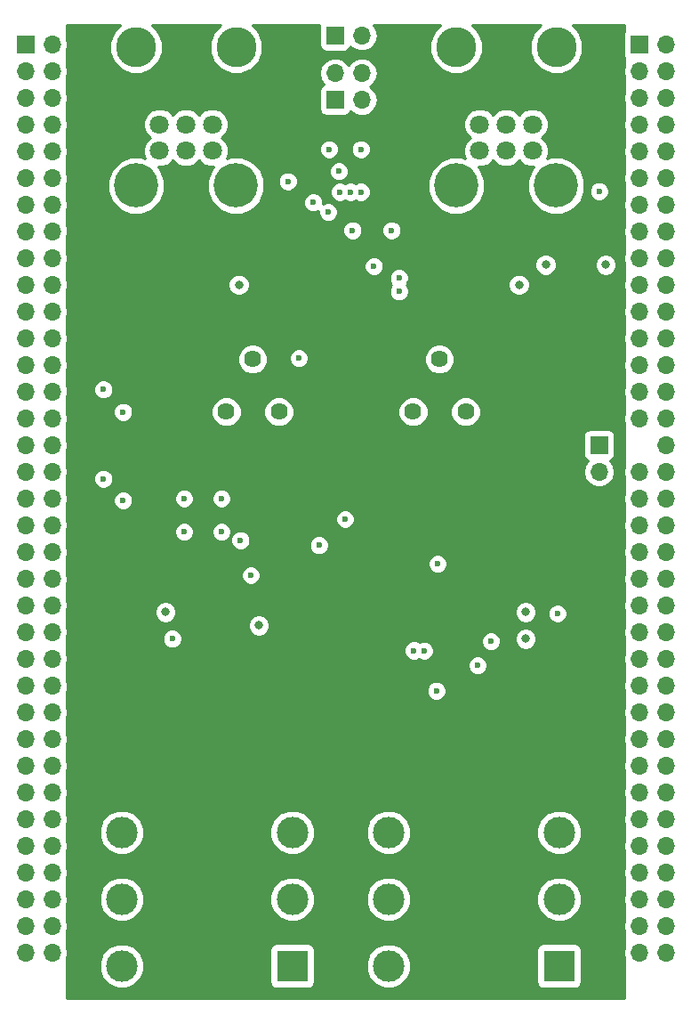
<source format=gbr>
G04 #@! TF.GenerationSoftware,KiCad,Pcbnew,(5.0.0-3-g5ebb6b6)*
G04 #@! TF.CreationDate,2019-04-23T02:19:09+01:00*
G04 #@! TF.ProjectId,Nucleo144AudioBreakout,4E75636C656F313434417564696F4272,RevA*
G04 #@! TF.SameCoordinates,Original*
G04 #@! TF.FileFunction,Copper,L3,Inr,Plane*
G04 #@! TF.FilePolarity,Positive*
%FSLAX46Y46*%
G04 Gerber Fmt 4.6, Leading zero omitted, Abs format (unit mm)*
G04 Created by KiCad (PCBNEW (5.0.0-3-g5ebb6b6)) date Tuesday, 23 April 2019 at 02:19:09*
%MOMM*%
%LPD*%
G01*
G04 APERTURE LIST*
G04 #@! TA.AperFunction,ViaPad*
%ADD10C,3.800000*%
G04 #@! TD*
G04 #@! TA.AperFunction,ViaPad*
%ADD11C,3.000000*%
G04 #@! TD*
G04 #@! TA.AperFunction,ViaPad*
%ADD12R,3.000000X3.000000*%
G04 #@! TD*
G04 #@! TA.AperFunction,ViaPad*
%ADD13O,1.700000X1.700000*%
G04 #@! TD*
G04 #@! TA.AperFunction,ViaPad*
%ADD14R,1.700000X1.700000*%
G04 #@! TD*
G04 #@! TA.AperFunction,ViaPad*
%ADD15C,1.620000*%
G04 #@! TD*
G04 #@! TA.AperFunction,ViaPad*
%ADD16C,4.200000*%
G04 #@! TD*
G04 #@! TA.AperFunction,ViaPad*
%ADD17C,1.800000*%
G04 #@! TD*
G04 #@! TA.AperFunction,ViaPad*
%ADD18C,0.600000*%
G04 #@! TD*
G04 #@! TA.AperFunction,ViaPad*
%ADD19C,0.800000*%
G04 #@! TD*
G04 #@! TA.AperFunction,Conductor*
%ADD20C,0.254000*%
G04 #@! TD*
G04 APERTURE END LIST*
D10*
G04 #@! TO.N,N/C*
G04 #@! TO.C,REF\002A\002A*
X121666000Y-87884000D03*
G04 #@! TD*
G04 #@! TO.N,N/C*
G04 #@! TO.C,REF\002A\002A*
X112130000Y-87884000D03*
G04 #@! TD*
G04 #@! TO.N,N/C*
G04 #@! TO.C,REF\002A\002A*
X91186000Y-87884000D03*
G04 #@! TD*
G04 #@! TO.N,N/C*
G04 #@! TO.C,REF\002A\002A*
X81661000Y-87884000D03*
G04 #@! TD*
D11*
G04 #@! TO.N,GNDS*
G04 #@! TO.C,JIN1*
X80290000Y-168910000D03*
X80290000Y-162560000D03*
X80290000Y-175260000D03*
G04 #@! TO.N,Net-(JIN1-Pad3)*
X96520000Y-168910000D03*
G04 #@! TO.N,Net-(JIN1-Pad2)*
X96520000Y-162560000D03*
D12*
G04 #@! TO.N,GNDS*
X96520000Y-175260000D03*
G04 #@! TD*
D13*
G04 #@! TO.N,N/C*
G04 #@! TO.C,CN11*
X73660000Y-173990000D03*
X71120000Y-173990000D03*
X73660000Y-171450000D03*
X71120000Y-171450000D03*
X73660000Y-168910000D03*
X71120000Y-168910000D03*
X73660000Y-166370000D03*
X71120000Y-166370000D03*
X73660000Y-163830000D03*
X71120000Y-163830000D03*
G04 #@! TO.N,GNDS*
X73660000Y-161290000D03*
G04 #@! TO.N,N/C*
X71120000Y-161290000D03*
X73660000Y-158750000D03*
X71120000Y-158750000D03*
X73660000Y-156210000D03*
X71120000Y-156210000D03*
X73660000Y-153670000D03*
X71120000Y-153670000D03*
X73660000Y-151130000D03*
X71120000Y-151130000D03*
X73660000Y-148590000D03*
X71120000Y-148590000D03*
X73660000Y-146050000D03*
X71120000Y-146050000D03*
X73660000Y-143510000D03*
X71120000Y-143510000D03*
X73660000Y-140970000D03*
X71120000Y-140970000D03*
X73660000Y-138430000D03*
X71120000Y-138430000D03*
X73660000Y-135890000D03*
X71120000Y-135890000D03*
X73660000Y-133350000D03*
X71120000Y-133350000D03*
X73660000Y-130810000D03*
X71120000Y-130810000D03*
X73660000Y-128270000D03*
X71120000Y-128270000D03*
G04 #@! TO.N,/PA4_DAC_OUT1*
X73660000Y-125730000D03*
G04 #@! TO.N,N/C*
X71120000Y-125730000D03*
G04 #@! TO.N,/PA1_ADC1_IN2*
X73660000Y-123190000D03*
G04 #@! TO.N,N/C*
X71120000Y-123190000D03*
G04 #@! TO.N,/PA0_ADC1_IN1*
X73660000Y-120650000D03*
G04 #@! TO.N,N/C*
X71120000Y-120650000D03*
X73660000Y-118110000D03*
X71120000Y-118110000D03*
X73660000Y-115570000D03*
X71120000Y-115570000D03*
G04 #@! TO.N,GNDS*
X73660000Y-113030000D03*
G04 #@! TO.N,N/C*
X71120000Y-113030000D03*
G04 #@! TO.N,GNDS*
X73660000Y-110490000D03*
G04 #@! TO.N,N/C*
X71120000Y-110490000D03*
G04 #@! TO.N,VDD*
X73660000Y-107950000D03*
G04 #@! TO.N,N/C*
X71120000Y-107950000D03*
X73660000Y-105410000D03*
X71120000Y-105410000D03*
X73660000Y-102870000D03*
X71120000Y-102870000D03*
X73660000Y-100330000D03*
X71120000Y-100330000D03*
X73660000Y-97790000D03*
X71120000Y-97790000D03*
X73660000Y-95250000D03*
X71120000Y-95250000D03*
X73660000Y-92710000D03*
X71120000Y-92710000D03*
X73660000Y-90170000D03*
X71120000Y-90170000D03*
X73660000Y-87630000D03*
D14*
X71120000Y-87630000D03*
G04 #@! TD*
G04 #@! TO.N,N/C*
G04 #@! TO.C,CN12*
X129540000Y-87630000D03*
D13*
X132080000Y-87630000D03*
X129540000Y-90170000D03*
X132080000Y-90170000D03*
X129540000Y-92710000D03*
X132080000Y-92710000D03*
X129540000Y-95250000D03*
X132080000Y-95250000D03*
G04 #@! TO.N,GNDS*
X129540000Y-97790000D03*
G04 #@! TO.N,N/C*
X132080000Y-97790000D03*
G04 #@! TO.N,/PA5_DAC_OUT2*
X129540000Y-100330000D03*
G04 #@! TO.N,N/C*
X132080000Y-100330000D03*
X129540000Y-102870000D03*
X132080000Y-102870000D03*
X129540000Y-105410000D03*
X132080000Y-105410000D03*
X129540000Y-107950000D03*
X132080000Y-107950000D03*
X129540000Y-110490000D03*
X132080000Y-110490000D03*
X129540000Y-113030000D03*
X132080000Y-113030000D03*
X129540000Y-115570000D03*
X132080000Y-115570000D03*
X129540000Y-118110000D03*
X132080000Y-118110000D03*
X129540000Y-120650000D03*
X132080000Y-120650000D03*
X129540000Y-123190000D03*
X132080000Y-123190000D03*
G04 #@! TO.N,Net-(CN12-Pad32)*
X132080000Y-125730000D03*
G04 #@! TO.N,N/C*
X129540000Y-128270000D03*
X132080000Y-128270000D03*
X129540000Y-130810000D03*
X132080000Y-130810000D03*
X129540000Y-133350000D03*
X132080000Y-133350000D03*
G04 #@! TO.N,GNDS*
X129540000Y-135890000D03*
G04 #@! TO.N,N/C*
X132080000Y-135890000D03*
X129540000Y-138430000D03*
X132080000Y-138430000D03*
X129540000Y-140970000D03*
X132080000Y-140970000D03*
X129540000Y-143510000D03*
X132080000Y-143510000D03*
X129540000Y-146050000D03*
X132080000Y-146050000D03*
X129540000Y-148590000D03*
X132080000Y-148590000D03*
X129540000Y-151130000D03*
X132080000Y-151130000D03*
X129540000Y-153670000D03*
X132080000Y-153670000D03*
X129540000Y-156210000D03*
X132080000Y-156210000D03*
X129540000Y-158750000D03*
X132080000Y-158750000D03*
X129540000Y-161290000D03*
X132080000Y-161290000D03*
X129540000Y-163830000D03*
X132080000Y-163830000D03*
G04 #@! TO.N,GNDS*
X129540000Y-166370000D03*
G04 #@! TO.N,N/C*
X132080000Y-166370000D03*
X129540000Y-168910000D03*
X132080000Y-168910000D03*
X129540000Y-171450000D03*
X132080000Y-171450000D03*
X129540000Y-173990000D03*
X132080000Y-173990000D03*
G04 #@! TD*
D12*
G04 #@! TO.N,GNDS*
G04 #@! TO.C,JOUT1*
X121920000Y-175260000D03*
D11*
G04 #@! TO.N,Net-(JOUT1-Pad2)*
X121920000Y-162560000D03*
G04 #@! TO.N,Net-(JOUT1-Pad3)*
X121920000Y-168910000D03*
G04 #@! TO.N,GNDS*
X105690000Y-175260000D03*
X105690000Y-162560000D03*
X105690000Y-168910000D03*
G04 #@! TD*
D15*
G04 #@! TO.N,Net-(R12-Pad1)*
G04 #@! TO.C,RV3*
X90250000Y-122555000D03*
G04 #@! TO.N,Net-(RV3-Pad2)*
X92750000Y-117555000D03*
G04 #@! TO.N,Net-(R11-Pad2)*
X95250000Y-122555000D03*
G04 #@! TD*
G04 #@! TO.N,Net-(R14-Pad1)*
G04 #@! TO.C,RV4*
X108030000Y-122555000D03*
G04 #@! TO.N,Net-(RV4-Pad2)*
X110530000Y-117555000D03*
G04 #@! TO.N,Net-(R13-Pad2)*
X113030000Y-122555000D03*
G04 #@! TD*
D16*
G04 #@! TO.N,*
G04 #@! TO.C,RV1*
X91150000Y-101050000D03*
X81650000Y-101050000D03*
D17*
G04 #@! TO.N,Net-(JIN1-Pad3)*
X88900000Y-97750000D03*
G04 #@! TO.N,Net-(R2-Pad1)*
X86400000Y-97750000D03*
G04 #@! TO.N,GNDS*
X83900000Y-97750000D03*
G04 #@! TO.N,Net-(JIN1-Pad2)*
X88900000Y-95250000D03*
G04 #@! TO.N,Net-(R1-Pad1)*
X86400000Y-95250000D03*
G04 #@! TO.N,GNDS*
X83900000Y-95250000D03*
G04 #@! TD*
G04 #@! TO.N,Net-(R5-Pad2)*
G04 #@! TO.C,RV2*
X114380000Y-95250000D03*
G04 #@! TO.N,Net-(RV2-Pad2)*
X116880000Y-95250000D03*
G04 #@! TO.N,/PA4_DAC_OUT1*
X119380000Y-95250000D03*
G04 #@! TO.N,Net-(R6-Pad2)*
X114380000Y-97750000D03*
G04 #@! TO.N,Net-(RV2-Pad5)*
X116880000Y-97750000D03*
G04 #@! TO.N,/PA5_DAC_OUT2*
X119380000Y-97750000D03*
D16*
G04 #@! TO.N,*
X112130000Y-101050000D03*
X121630000Y-101050000D03*
G04 #@! TD*
D14*
G04 #@! TO.N,Net-(CN12-Pad32)*
G04 #@! TO.C,JAGND1*
X125730000Y-125730000D03*
D13*
G04 #@! TO.N,GNDS*
X125730000Y-128270000D03*
G04 #@! TD*
D14*
G04 #@! TO.N,/LM27762PSU/VDDEXT*
G04 #@! TO.C,J1*
X100609400Y-86791800D03*
D13*
G04 #@! TO.N,GNDS*
X103149400Y-86791800D03*
G04 #@! TD*
D18*
G04 #@! TO.N,GNDS*
G04 #@! TO.C,U3*
X102044500Y-101663500D03*
X101044500Y-101663500D03*
X103044500Y-101663500D03*
G04 #@! TD*
D14*
G04 #@! TO.N,VDD*
G04 #@! TO.C,J2*
X100609400Y-92913200D03*
D13*
G04 #@! TO.N,/LM27762PSU/VDDEXT*
X100609400Y-90373200D03*
G04 #@! TO.N,/LM27762PSU/5V*
X103149400Y-92913200D03*
X103149400Y-90373200D03*
G04 #@! TD*
D18*
G04 #@! TO.N,+5V*
X104290000Y-108735000D03*
X91590000Y-134770000D03*
D19*
X118110000Y-110490000D03*
X91440000Y-110490000D03*
D18*
X100965000Y-99707700D03*
X109093000Y-145288000D03*
X96113600Y-100660200D03*
G04 #@! TO.N,-5V*
X81430000Y-142898000D03*
X120800000Y-145265000D03*
X99060000Y-121285000D03*
D19*
X114935000Y-110490000D03*
X88265000Y-110490000D03*
D18*
X104965500Y-105295700D03*
G04 #@! TO.N,/PA4_DAC_OUT1*
X125730000Y-101600000D03*
G04 #@! TO.N,/PA0_ADC1_IN1*
X86233000Y-130810000D03*
X86233000Y-133984999D03*
G04 #@! TO.N,Net-(JIN1-Pad2)*
X78536800Y-120446800D03*
X78536800Y-128930400D03*
X78536800Y-128930400D03*
G04 #@! TO.N,Net-(R1-Pad1)*
X80416400Y-122580400D03*
X80416402Y-130987800D03*
G04 #@! TO.N,/FLAT_LINE_ADJUST_IN*
X99060000Y-135255000D03*
X101549200Y-132765800D03*
G04 #@! TO.N,Net-(R2-Pad1)*
X89789000Y-133985000D03*
X89789000Y-130810000D03*
G04 #@! TO.N,Net-(R17-Pad2)*
X110354000Y-137024000D03*
X114173000Y-146685006D03*
D19*
G04 #@! TO.N,/FLAT_LINE_ADJUST_OUT*
X120650000Y-108585000D03*
X126365000Y-108585000D03*
D18*
G04 #@! TO.N,Net-(R10-Pad2)*
X115443000Y-144399000D03*
X110236000Y-149098000D03*
D19*
G04 #@! TO.N,GNDS*
X84455000Y-141604992D03*
X118745000Y-141605000D03*
X118745000Y-144145000D03*
X93345000Y-142875000D03*
D18*
X106680000Y-109855000D03*
X106680000Y-111125000D03*
X97155000Y-117475000D03*
X108100000Y-145265000D03*
X121770000Y-141755000D03*
X103060500Y-97612200D03*
X92583002Y-138112500D03*
X85090000Y-144145000D03*
X100025200Y-97612200D03*
X105968800Y-105308400D03*
X102260400Y-105308400D03*
G04 #@! TO.N,Net-(R20-Pad1)*
X99948994Y-103581200D03*
X98526600Y-102666798D03*
G04 #@! TD*
D20*
G04 #@! TO.N,-5V*
G36*
X79511930Y-86448038D02*
X79126000Y-87379757D01*
X79126000Y-88388243D01*
X79511930Y-89319962D01*
X80225038Y-90033070D01*
X81156757Y-90419000D01*
X82165243Y-90419000D01*
X83096962Y-90033070D01*
X83810070Y-89319962D01*
X84196000Y-88388243D01*
X84196000Y-87379757D01*
X83810070Y-86448038D01*
X83187032Y-85825000D01*
X89659968Y-85825000D01*
X89036930Y-86448038D01*
X88651000Y-87379757D01*
X88651000Y-88388243D01*
X89036930Y-89319962D01*
X89750038Y-90033070D01*
X90681757Y-90419000D01*
X91690243Y-90419000D01*
X91800814Y-90373200D01*
X99095308Y-90373200D01*
X99210561Y-90952618D01*
X99538775Y-91443825D01*
X99557019Y-91456016D01*
X99511635Y-91465043D01*
X99301591Y-91605391D01*
X99161243Y-91815435D01*
X99111960Y-92063200D01*
X99111960Y-93763200D01*
X99161243Y-94010965D01*
X99301591Y-94221009D01*
X99511635Y-94361357D01*
X99759400Y-94410640D01*
X101459400Y-94410640D01*
X101707165Y-94361357D01*
X101917209Y-94221009D01*
X102057557Y-94010965D01*
X102066584Y-93965581D01*
X102078775Y-93983825D01*
X102569982Y-94312039D01*
X103003144Y-94398200D01*
X103295656Y-94398200D01*
X103728818Y-94312039D01*
X104220025Y-93983825D01*
X104548239Y-93492618D01*
X104663492Y-92913200D01*
X104548239Y-92333782D01*
X104220025Y-91842575D01*
X103921639Y-91643200D01*
X104220025Y-91443825D01*
X104548239Y-90952618D01*
X104663492Y-90373200D01*
X104548239Y-89793782D01*
X104220025Y-89302575D01*
X103728818Y-88974361D01*
X103295656Y-88888200D01*
X103003144Y-88888200D01*
X102569982Y-88974361D01*
X102078775Y-89302575D01*
X101879400Y-89600961D01*
X101680025Y-89302575D01*
X101188818Y-88974361D01*
X100755656Y-88888200D01*
X100463144Y-88888200D01*
X100029982Y-88974361D01*
X99538775Y-89302575D01*
X99210561Y-89793782D01*
X99095308Y-90373200D01*
X91800814Y-90373200D01*
X92621962Y-90033070D01*
X93335070Y-89319962D01*
X93721000Y-88388243D01*
X93721000Y-87379757D01*
X93335070Y-86448038D01*
X92712032Y-85825000D01*
X99135193Y-85825000D01*
X99111960Y-85941800D01*
X99111960Y-87641800D01*
X99161243Y-87889565D01*
X99301591Y-88099609D01*
X99511635Y-88239957D01*
X99759400Y-88289240D01*
X101459400Y-88289240D01*
X101707165Y-88239957D01*
X101917209Y-88099609D01*
X102057557Y-87889565D01*
X102066584Y-87844181D01*
X102078775Y-87862425D01*
X102569982Y-88190639D01*
X103003144Y-88276800D01*
X103295656Y-88276800D01*
X103728818Y-88190639D01*
X104220025Y-87862425D01*
X104548239Y-87371218D01*
X104663492Y-86791800D01*
X104548239Y-86212382D01*
X104289399Y-85825000D01*
X110603968Y-85825000D01*
X109980930Y-86448038D01*
X109595000Y-87379757D01*
X109595000Y-88388243D01*
X109980930Y-89319962D01*
X110694038Y-90033070D01*
X111625757Y-90419000D01*
X112634243Y-90419000D01*
X113565962Y-90033070D01*
X114279070Y-89319962D01*
X114665000Y-88388243D01*
X114665000Y-87379757D01*
X114279070Y-86448038D01*
X113656032Y-85825000D01*
X120139968Y-85825000D01*
X119516930Y-86448038D01*
X119131000Y-87379757D01*
X119131000Y-88388243D01*
X119516930Y-89319962D01*
X120230038Y-90033070D01*
X121161757Y-90419000D01*
X122170243Y-90419000D01*
X123101962Y-90033070D01*
X123815070Y-89319962D01*
X124201000Y-88388243D01*
X124201000Y-87379757D01*
X123815070Y-86448038D01*
X123192032Y-85825000D01*
X128143000Y-85825000D01*
X128143000Y-86455674D01*
X128091843Y-86532235D01*
X128042560Y-86780000D01*
X128042560Y-88480000D01*
X128091843Y-88727765D01*
X128143000Y-88804326D01*
X128143000Y-89587830D01*
X128141161Y-89590582D01*
X128025908Y-90170000D01*
X128141161Y-90749418D01*
X128143000Y-90752170D01*
X128143000Y-92127830D01*
X128141161Y-92130582D01*
X128025908Y-92710000D01*
X128141161Y-93289418D01*
X128143000Y-93292170D01*
X128143000Y-94667830D01*
X128141161Y-94670582D01*
X128025908Y-95250000D01*
X128141161Y-95829418D01*
X128143000Y-95832170D01*
X128143000Y-97207830D01*
X128141161Y-97210582D01*
X128025908Y-97790000D01*
X128141161Y-98369418D01*
X128143000Y-98372170D01*
X128143000Y-99747830D01*
X128141161Y-99750582D01*
X128025908Y-100330000D01*
X128141161Y-100909418D01*
X128143000Y-100912170D01*
X128143000Y-102287830D01*
X128141161Y-102290582D01*
X128025908Y-102870000D01*
X128141161Y-103449418D01*
X128143000Y-103452170D01*
X128143000Y-104827830D01*
X128141161Y-104830582D01*
X128025908Y-105410000D01*
X128141161Y-105989418D01*
X128143000Y-105992170D01*
X128143000Y-107367830D01*
X128141161Y-107370582D01*
X128025908Y-107950000D01*
X128141161Y-108529418D01*
X128143000Y-108532170D01*
X128143000Y-109907830D01*
X128141161Y-109910582D01*
X128025908Y-110490000D01*
X128141161Y-111069418D01*
X128143000Y-111072170D01*
X128143000Y-112447830D01*
X128141161Y-112450582D01*
X128025908Y-113030000D01*
X128141161Y-113609418D01*
X128143000Y-113612170D01*
X128143000Y-114987830D01*
X128141161Y-114990582D01*
X128025908Y-115570000D01*
X128141161Y-116149418D01*
X128143000Y-116152170D01*
X128143000Y-117527830D01*
X128141161Y-117530582D01*
X128025908Y-118110000D01*
X128141161Y-118689418D01*
X128143000Y-118692170D01*
X128143000Y-120067830D01*
X128141161Y-120070582D01*
X128025908Y-120650000D01*
X128141161Y-121229418D01*
X128143000Y-121232170D01*
X128143000Y-122607830D01*
X128141161Y-122610582D01*
X128025908Y-123190000D01*
X128141161Y-123769418D01*
X128143000Y-123772170D01*
X128143000Y-127687830D01*
X128141161Y-127690582D01*
X128025908Y-128270000D01*
X128141161Y-128849418D01*
X128143000Y-128852170D01*
X128143000Y-130227830D01*
X128141161Y-130230582D01*
X128025908Y-130810000D01*
X128141161Y-131389418D01*
X128143000Y-131392170D01*
X128143000Y-132767830D01*
X128141161Y-132770582D01*
X128025908Y-133350000D01*
X128141161Y-133929418D01*
X128143000Y-133932170D01*
X128143000Y-135307830D01*
X128141161Y-135310582D01*
X128025908Y-135890000D01*
X128141161Y-136469418D01*
X128143000Y-136472170D01*
X128143000Y-137847830D01*
X128141161Y-137850582D01*
X128025908Y-138430000D01*
X128141161Y-139009418D01*
X128143000Y-139012170D01*
X128143000Y-140387830D01*
X128141161Y-140390582D01*
X128025908Y-140970000D01*
X128141161Y-141549418D01*
X128143000Y-141552170D01*
X128143000Y-142927830D01*
X128141161Y-142930582D01*
X128025908Y-143510000D01*
X128141161Y-144089418D01*
X128143000Y-144092170D01*
X128143000Y-145467830D01*
X128141161Y-145470582D01*
X128025908Y-146050000D01*
X128141161Y-146629418D01*
X128143000Y-146632170D01*
X128143000Y-148007830D01*
X128141161Y-148010582D01*
X128025908Y-148590000D01*
X128141161Y-149169418D01*
X128143000Y-149172170D01*
X128143000Y-150547830D01*
X128141161Y-150550582D01*
X128025908Y-151130000D01*
X128141161Y-151709418D01*
X128143000Y-151712170D01*
X128143000Y-153087830D01*
X128141161Y-153090582D01*
X128025908Y-153670000D01*
X128141161Y-154249418D01*
X128143000Y-154252170D01*
X128143000Y-155627830D01*
X128141161Y-155630582D01*
X128025908Y-156210000D01*
X128141161Y-156789418D01*
X128143000Y-156792170D01*
X128143000Y-158167830D01*
X128141161Y-158170582D01*
X128025908Y-158750000D01*
X128141161Y-159329418D01*
X128143000Y-159332170D01*
X128143000Y-160707830D01*
X128141161Y-160710582D01*
X128025908Y-161290000D01*
X128141161Y-161869418D01*
X128143000Y-161872170D01*
X128143000Y-163247830D01*
X128141161Y-163250582D01*
X128025908Y-163830000D01*
X128141161Y-164409418D01*
X128143000Y-164412170D01*
X128143000Y-165787830D01*
X128141161Y-165790582D01*
X128025908Y-166370000D01*
X128141161Y-166949418D01*
X128143000Y-166952170D01*
X128143000Y-168327830D01*
X128141161Y-168330582D01*
X128025908Y-168910000D01*
X128141161Y-169489418D01*
X128143000Y-169492170D01*
X128143000Y-170867830D01*
X128141161Y-170870582D01*
X128025908Y-171450000D01*
X128141161Y-172029418D01*
X128143000Y-172032170D01*
X128143000Y-173407830D01*
X128141161Y-173410582D01*
X128025908Y-173990000D01*
X128141161Y-174569418D01*
X128143000Y-174572170D01*
X128143000Y-178335000D01*
X75057000Y-178335000D01*
X75057000Y-174835322D01*
X78155000Y-174835322D01*
X78155000Y-175684678D01*
X78480034Y-176469380D01*
X79080620Y-177069966D01*
X79865322Y-177395000D01*
X80714678Y-177395000D01*
X81499380Y-177069966D01*
X82099966Y-176469380D01*
X82425000Y-175684678D01*
X82425000Y-174835322D01*
X82099966Y-174050620D01*
X81809346Y-173760000D01*
X94372560Y-173760000D01*
X94372560Y-176760000D01*
X94421843Y-177007765D01*
X94562191Y-177217809D01*
X94772235Y-177358157D01*
X95020000Y-177407440D01*
X98020000Y-177407440D01*
X98267765Y-177358157D01*
X98477809Y-177217809D01*
X98618157Y-177007765D01*
X98667440Y-176760000D01*
X98667440Y-174835322D01*
X103555000Y-174835322D01*
X103555000Y-175684678D01*
X103880034Y-176469380D01*
X104480620Y-177069966D01*
X105265322Y-177395000D01*
X106114678Y-177395000D01*
X106899380Y-177069966D01*
X107499966Y-176469380D01*
X107825000Y-175684678D01*
X107825000Y-174835322D01*
X107499966Y-174050620D01*
X107209346Y-173760000D01*
X119772560Y-173760000D01*
X119772560Y-176760000D01*
X119821843Y-177007765D01*
X119962191Y-177217809D01*
X120172235Y-177358157D01*
X120420000Y-177407440D01*
X123420000Y-177407440D01*
X123667765Y-177358157D01*
X123877809Y-177217809D01*
X124018157Y-177007765D01*
X124067440Y-176760000D01*
X124067440Y-173760000D01*
X124018157Y-173512235D01*
X123877809Y-173302191D01*
X123667765Y-173161843D01*
X123420000Y-173112560D01*
X120420000Y-173112560D01*
X120172235Y-173161843D01*
X119962191Y-173302191D01*
X119821843Y-173512235D01*
X119772560Y-173760000D01*
X107209346Y-173760000D01*
X106899380Y-173450034D01*
X106114678Y-173125000D01*
X105265322Y-173125000D01*
X104480620Y-173450034D01*
X103880034Y-174050620D01*
X103555000Y-174835322D01*
X98667440Y-174835322D01*
X98667440Y-173760000D01*
X98618157Y-173512235D01*
X98477809Y-173302191D01*
X98267765Y-173161843D01*
X98020000Y-173112560D01*
X95020000Y-173112560D01*
X94772235Y-173161843D01*
X94562191Y-173302191D01*
X94421843Y-173512235D01*
X94372560Y-173760000D01*
X81809346Y-173760000D01*
X81499380Y-173450034D01*
X80714678Y-173125000D01*
X79865322Y-173125000D01*
X79080620Y-173450034D01*
X78480034Y-174050620D01*
X78155000Y-174835322D01*
X75057000Y-174835322D01*
X75057000Y-174572170D01*
X75058839Y-174569418D01*
X75174092Y-173990000D01*
X75058839Y-173410582D01*
X75057000Y-173407830D01*
X75057000Y-172032170D01*
X75058839Y-172029418D01*
X75174092Y-171450000D01*
X75058839Y-170870582D01*
X75057000Y-170867830D01*
X75057000Y-169492170D01*
X75058839Y-169489418D01*
X75174092Y-168910000D01*
X75089619Y-168485322D01*
X78155000Y-168485322D01*
X78155000Y-169334678D01*
X78480034Y-170119380D01*
X79080620Y-170719966D01*
X79865322Y-171045000D01*
X80714678Y-171045000D01*
X81499380Y-170719966D01*
X82099966Y-170119380D01*
X82425000Y-169334678D01*
X82425000Y-168485322D01*
X94385000Y-168485322D01*
X94385000Y-169334678D01*
X94710034Y-170119380D01*
X95310620Y-170719966D01*
X96095322Y-171045000D01*
X96944678Y-171045000D01*
X97729380Y-170719966D01*
X98329966Y-170119380D01*
X98655000Y-169334678D01*
X98655000Y-168485322D01*
X103555000Y-168485322D01*
X103555000Y-169334678D01*
X103880034Y-170119380D01*
X104480620Y-170719966D01*
X105265322Y-171045000D01*
X106114678Y-171045000D01*
X106899380Y-170719966D01*
X107499966Y-170119380D01*
X107825000Y-169334678D01*
X107825000Y-168485322D01*
X119785000Y-168485322D01*
X119785000Y-169334678D01*
X120110034Y-170119380D01*
X120710620Y-170719966D01*
X121495322Y-171045000D01*
X122344678Y-171045000D01*
X123129380Y-170719966D01*
X123729966Y-170119380D01*
X124055000Y-169334678D01*
X124055000Y-168485322D01*
X123729966Y-167700620D01*
X123129380Y-167100034D01*
X122344678Y-166775000D01*
X121495322Y-166775000D01*
X120710620Y-167100034D01*
X120110034Y-167700620D01*
X119785000Y-168485322D01*
X107825000Y-168485322D01*
X107499966Y-167700620D01*
X106899380Y-167100034D01*
X106114678Y-166775000D01*
X105265322Y-166775000D01*
X104480620Y-167100034D01*
X103880034Y-167700620D01*
X103555000Y-168485322D01*
X98655000Y-168485322D01*
X98329966Y-167700620D01*
X97729380Y-167100034D01*
X96944678Y-166775000D01*
X96095322Y-166775000D01*
X95310620Y-167100034D01*
X94710034Y-167700620D01*
X94385000Y-168485322D01*
X82425000Y-168485322D01*
X82099966Y-167700620D01*
X81499380Y-167100034D01*
X80714678Y-166775000D01*
X79865322Y-166775000D01*
X79080620Y-167100034D01*
X78480034Y-167700620D01*
X78155000Y-168485322D01*
X75089619Y-168485322D01*
X75058839Y-168330582D01*
X75057000Y-168327830D01*
X75057000Y-166952170D01*
X75058839Y-166949418D01*
X75174092Y-166370000D01*
X75058839Y-165790582D01*
X75057000Y-165787830D01*
X75057000Y-164412170D01*
X75058839Y-164409418D01*
X75174092Y-163830000D01*
X75058839Y-163250582D01*
X75057000Y-163247830D01*
X75057000Y-162135322D01*
X78155000Y-162135322D01*
X78155000Y-162984678D01*
X78480034Y-163769380D01*
X79080620Y-164369966D01*
X79865322Y-164695000D01*
X80714678Y-164695000D01*
X81499380Y-164369966D01*
X82099966Y-163769380D01*
X82425000Y-162984678D01*
X82425000Y-162135322D01*
X94385000Y-162135322D01*
X94385000Y-162984678D01*
X94710034Y-163769380D01*
X95310620Y-164369966D01*
X96095322Y-164695000D01*
X96944678Y-164695000D01*
X97729380Y-164369966D01*
X98329966Y-163769380D01*
X98655000Y-162984678D01*
X98655000Y-162135322D01*
X103555000Y-162135322D01*
X103555000Y-162984678D01*
X103880034Y-163769380D01*
X104480620Y-164369966D01*
X105265322Y-164695000D01*
X106114678Y-164695000D01*
X106899380Y-164369966D01*
X107499966Y-163769380D01*
X107825000Y-162984678D01*
X107825000Y-162135322D01*
X119785000Y-162135322D01*
X119785000Y-162984678D01*
X120110034Y-163769380D01*
X120710620Y-164369966D01*
X121495322Y-164695000D01*
X122344678Y-164695000D01*
X123129380Y-164369966D01*
X123729966Y-163769380D01*
X124055000Y-162984678D01*
X124055000Y-162135322D01*
X123729966Y-161350620D01*
X123129380Y-160750034D01*
X122344678Y-160425000D01*
X121495322Y-160425000D01*
X120710620Y-160750034D01*
X120110034Y-161350620D01*
X119785000Y-162135322D01*
X107825000Y-162135322D01*
X107499966Y-161350620D01*
X106899380Y-160750034D01*
X106114678Y-160425000D01*
X105265322Y-160425000D01*
X104480620Y-160750034D01*
X103880034Y-161350620D01*
X103555000Y-162135322D01*
X98655000Y-162135322D01*
X98329966Y-161350620D01*
X97729380Y-160750034D01*
X96944678Y-160425000D01*
X96095322Y-160425000D01*
X95310620Y-160750034D01*
X94710034Y-161350620D01*
X94385000Y-162135322D01*
X82425000Y-162135322D01*
X82099966Y-161350620D01*
X81499380Y-160750034D01*
X80714678Y-160425000D01*
X79865322Y-160425000D01*
X79080620Y-160750034D01*
X78480034Y-161350620D01*
X78155000Y-162135322D01*
X75057000Y-162135322D01*
X75057000Y-161872170D01*
X75058839Y-161869418D01*
X75174092Y-161290000D01*
X75058839Y-160710582D01*
X75057000Y-160707830D01*
X75057000Y-159332170D01*
X75058839Y-159329418D01*
X75174092Y-158750000D01*
X75058839Y-158170582D01*
X75057000Y-158167830D01*
X75057000Y-156792170D01*
X75058839Y-156789418D01*
X75174092Y-156210000D01*
X75058839Y-155630582D01*
X75057000Y-155627830D01*
X75057000Y-154252170D01*
X75058839Y-154249418D01*
X75174092Y-153670000D01*
X75058839Y-153090582D01*
X75057000Y-153087830D01*
X75057000Y-151712170D01*
X75058839Y-151709418D01*
X75174092Y-151130000D01*
X75058839Y-150550582D01*
X75057000Y-150547830D01*
X75057000Y-149172170D01*
X75058839Y-149169418D01*
X75110039Y-148912017D01*
X109301000Y-148912017D01*
X109301000Y-149283983D01*
X109443345Y-149627635D01*
X109706365Y-149890655D01*
X110050017Y-150033000D01*
X110421983Y-150033000D01*
X110765635Y-149890655D01*
X111028655Y-149627635D01*
X111171000Y-149283983D01*
X111171000Y-148912017D01*
X111028655Y-148568365D01*
X110765635Y-148305345D01*
X110421983Y-148163000D01*
X110050017Y-148163000D01*
X109706365Y-148305345D01*
X109443345Y-148568365D01*
X109301000Y-148912017D01*
X75110039Y-148912017D01*
X75174092Y-148590000D01*
X75058839Y-148010582D01*
X75057000Y-148007830D01*
X75057000Y-146632170D01*
X75058839Y-146629418D01*
X75084776Y-146499023D01*
X113238000Y-146499023D01*
X113238000Y-146870989D01*
X113380345Y-147214641D01*
X113643365Y-147477661D01*
X113987017Y-147620006D01*
X114358983Y-147620006D01*
X114702635Y-147477661D01*
X114965655Y-147214641D01*
X115108000Y-146870989D01*
X115108000Y-146499023D01*
X114965655Y-146155371D01*
X114702635Y-145892351D01*
X114358983Y-145750006D01*
X113987017Y-145750006D01*
X113643365Y-145892351D01*
X113380345Y-146155371D01*
X113238000Y-146499023D01*
X75084776Y-146499023D01*
X75174092Y-146050000D01*
X75058839Y-145470582D01*
X75057000Y-145467830D01*
X75057000Y-144092170D01*
X75058839Y-144089418D01*
X75084777Y-143959017D01*
X84155000Y-143959017D01*
X84155000Y-144330983D01*
X84297345Y-144674635D01*
X84560365Y-144937655D01*
X84904017Y-145080000D01*
X85275983Y-145080000D01*
X85278356Y-145079017D01*
X107165000Y-145079017D01*
X107165000Y-145450983D01*
X107307345Y-145794635D01*
X107570365Y-146057655D01*
X107914017Y-146200000D01*
X108285983Y-146200000D01*
X108568736Y-146082880D01*
X108907017Y-146223000D01*
X109278983Y-146223000D01*
X109622635Y-146080655D01*
X109885655Y-145817635D01*
X110028000Y-145473983D01*
X110028000Y-145102017D01*
X109885655Y-144758365D01*
X109622635Y-144495345D01*
X109278983Y-144353000D01*
X108907017Y-144353000D01*
X108624264Y-144470120D01*
X108285983Y-144330000D01*
X107914017Y-144330000D01*
X107570365Y-144472345D01*
X107307345Y-144735365D01*
X107165000Y-145079017D01*
X85278356Y-145079017D01*
X85619635Y-144937655D01*
X85882655Y-144674635D01*
X86025000Y-144330983D01*
X86025000Y-144213017D01*
X114508000Y-144213017D01*
X114508000Y-144584983D01*
X114650345Y-144928635D01*
X114913365Y-145191655D01*
X115257017Y-145334000D01*
X115628983Y-145334000D01*
X115972635Y-145191655D01*
X116235655Y-144928635D01*
X116378000Y-144584983D01*
X116378000Y-144213017D01*
X116264551Y-143939126D01*
X117710000Y-143939126D01*
X117710000Y-144350874D01*
X117867569Y-144731280D01*
X118158720Y-145022431D01*
X118539126Y-145180000D01*
X118950874Y-145180000D01*
X119331280Y-145022431D01*
X119622431Y-144731280D01*
X119780000Y-144350874D01*
X119780000Y-143939126D01*
X119622431Y-143558720D01*
X119331280Y-143267569D01*
X118950874Y-143110000D01*
X118539126Y-143110000D01*
X118158720Y-143267569D01*
X117867569Y-143558720D01*
X117710000Y-143939126D01*
X116264551Y-143939126D01*
X116235655Y-143869365D01*
X115972635Y-143606345D01*
X115628983Y-143464000D01*
X115257017Y-143464000D01*
X114913365Y-143606345D01*
X114650345Y-143869365D01*
X114508000Y-144213017D01*
X86025000Y-144213017D01*
X86025000Y-143959017D01*
X85882655Y-143615365D01*
X85619635Y-143352345D01*
X85275983Y-143210000D01*
X84904017Y-143210000D01*
X84560365Y-143352345D01*
X84297345Y-143615365D01*
X84155000Y-143959017D01*
X75084777Y-143959017D01*
X75174092Y-143510000D01*
X75058839Y-142930582D01*
X75057000Y-142927830D01*
X75057000Y-142669126D01*
X92310000Y-142669126D01*
X92310000Y-143080874D01*
X92467569Y-143461280D01*
X92758720Y-143752431D01*
X93139126Y-143910000D01*
X93550874Y-143910000D01*
X93931280Y-143752431D01*
X94222431Y-143461280D01*
X94380000Y-143080874D01*
X94380000Y-142669126D01*
X94222431Y-142288720D01*
X93931280Y-141997569D01*
X93550874Y-141840000D01*
X93139126Y-141840000D01*
X92758720Y-141997569D01*
X92467569Y-142288720D01*
X92310000Y-142669126D01*
X75057000Y-142669126D01*
X75057000Y-141552170D01*
X75058839Y-141549418D01*
X75088735Y-141399118D01*
X83420000Y-141399118D01*
X83420000Y-141810866D01*
X83577569Y-142191272D01*
X83868720Y-142482423D01*
X84249126Y-142639992D01*
X84660874Y-142639992D01*
X85041280Y-142482423D01*
X85332431Y-142191272D01*
X85490000Y-141810866D01*
X85490000Y-141399126D01*
X117710000Y-141399126D01*
X117710000Y-141810874D01*
X117867569Y-142191280D01*
X118158720Y-142482431D01*
X118539126Y-142640000D01*
X118950874Y-142640000D01*
X119331280Y-142482431D01*
X119622431Y-142191280D01*
X119780000Y-141810874D01*
X119780000Y-141569017D01*
X120835000Y-141569017D01*
X120835000Y-141940983D01*
X120977345Y-142284635D01*
X121240365Y-142547655D01*
X121584017Y-142690000D01*
X121955983Y-142690000D01*
X122299635Y-142547655D01*
X122562655Y-142284635D01*
X122705000Y-141940983D01*
X122705000Y-141569017D01*
X122562655Y-141225365D01*
X122299635Y-140962345D01*
X121955983Y-140820000D01*
X121584017Y-140820000D01*
X121240365Y-140962345D01*
X120977345Y-141225365D01*
X120835000Y-141569017D01*
X119780000Y-141569017D01*
X119780000Y-141399126D01*
X119622431Y-141018720D01*
X119331280Y-140727569D01*
X118950874Y-140570000D01*
X118539126Y-140570000D01*
X118158720Y-140727569D01*
X117867569Y-141018720D01*
X117710000Y-141399126D01*
X85490000Y-141399126D01*
X85490000Y-141399118D01*
X85332431Y-141018712D01*
X85041280Y-140727561D01*
X84660874Y-140569992D01*
X84249126Y-140569992D01*
X83868720Y-140727561D01*
X83577569Y-141018712D01*
X83420000Y-141399118D01*
X75088735Y-141399118D01*
X75174092Y-140970000D01*
X75058839Y-140390582D01*
X75057000Y-140387830D01*
X75057000Y-139012170D01*
X75058839Y-139009418D01*
X75174092Y-138430000D01*
X75073944Y-137926517D01*
X91648002Y-137926517D01*
X91648002Y-138298483D01*
X91790347Y-138642135D01*
X92053367Y-138905155D01*
X92397019Y-139047500D01*
X92768985Y-139047500D01*
X93112637Y-138905155D01*
X93375657Y-138642135D01*
X93518002Y-138298483D01*
X93518002Y-137926517D01*
X93375657Y-137582865D01*
X93112637Y-137319845D01*
X92768985Y-137177500D01*
X92397019Y-137177500D01*
X92053367Y-137319845D01*
X91790347Y-137582865D01*
X91648002Y-137926517D01*
X75073944Y-137926517D01*
X75058839Y-137850582D01*
X75057000Y-137847830D01*
X75057000Y-136838017D01*
X109419000Y-136838017D01*
X109419000Y-137209983D01*
X109561345Y-137553635D01*
X109824365Y-137816655D01*
X110168017Y-137959000D01*
X110539983Y-137959000D01*
X110883635Y-137816655D01*
X111146655Y-137553635D01*
X111289000Y-137209983D01*
X111289000Y-136838017D01*
X111146655Y-136494365D01*
X110883635Y-136231345D01*
X110539983Y-136089000D01*
X110168017Y-136089000D01*
X109824365Y-136231345D01*
X109561345Y-136494365D01*
X109419000Y-136838017D01*
X75057000Y-136838017D01*
X75057000Y-136472170D01*
X75058839Y-136469418D01*
X75174092Y-135890000D01*
X75058839Y-135310582D01*
X75057000Y-135307830D01*
X75057000Y-133932170D01*
X75058839Y-133929418D01*
X75084777Y-133799016D01*
X85298000Y-133799016D01*
X85298000Y-134170982D01*
X85440345Y-134514634D01*
X85703365Y-134777654D01*
X86047017Y-134919999D01*
X86418983Y-134919999D01*
X86762635Y-134777654D01*
X87025655Y-134514634D01*
X87168000Y-134170982D01*
X87168000Y-133799017D01*
X88854000Y-133799017D01*
X88854000Y-134170983D01*
X88996345Y-134514635D01*
X89259365Y-134777655D01*
X89603017Y-134920000D01*
X89974983Y-134920000D01*
X90318635Y-134777655D01*
X90512273Y-134584017D01*
X90655000Y-134584017D01*
X90655000Y-134955983D01*
X90797345Y-135299635D01*
X91060365Y-135562655D01*
X91404017Y-135705000D01*
X91775983Y-135705000D01*
X92119635Y-135562655D01*
X92382655Y-135299635D01*
X92478179Y-135069017D01*
X98125000Y-135069017D01*
X98125000Y-135440983D01*
X98267345Y-135784635D01*
X98530365Y-136047655D01*
X98874017Y-136190000D01*
X99245983Y-136190000D01*
X99589635Y-136047655D01*
X99852655Y-135784635D01*
X99995000Y-135440983D01*
X99995000Y-135069017D01*
X99852655Y-134725365D01*
X99589635Y-134462345D01*
X99245983Y-134320000D01*
X98874017Y-134320000D01*
X98530365Y-134462345D01*
X98267345Y-134725365D01*
X98125000Y-135069017D01*
X92478179Y-135069017D01*
X92525000Y-134955983D01*
X92525000Y-134584017D01*
X92382655Y-134240365D01*
X92119635Y-133977345D01*
X91775983Y-133835000D01*
X91404017Y-133835000D01*
X91060365Y-133977345D01*
X90797345Y-134240365D01*
X90655000Y-134584017D01*
X90512273Y-134584017D01*
X90581655Y-134514635D01*
X90724000Y-134170983D01*
X90724000Y-133799017D01*
X90581655Y-133455365D01*
X90318635Y-133192345D01*
X89974983Y-133050000D01*
X89603017Y-133050000D01*
X89259365Y-133192345D01*
X88996345Y-133455365D01*
X88854000Y-133799017D01*
X87168000Y-133799017D01*
X87168000Y-133799016D01*
X87025655Y-133455364D01*
X86762635Y-133192344D01*
X86418983Y-133049999D01*
X86047017Y-133049999D01*
X85703365Y-133192344D01*
X85440345Y-133455364D01*
X85298000Y-133799016D01*
X75084777Y-133799016D01*
X75174092Y-133350000D01*
X75058839Y-132770582D01*
X75057000Y-132767830D01*
X75057000Y-132579817D01*
X100614200Y-132579817D01*
X100614200Y-132951783D01*
X100756545Y-133295435D01*
X101019565Y-133558455D01*
X101363217Y-133700800D01*
X101735183Y-133700800D01*
X102078835Y-133558455D01*
X102341855Y-133295435D01*
X102484200Y-132951783D01*
X102484200Y-132579817D01*
X102341855Y-132236165D01*
X102078835Y-131973145D01*
X101735183Y-131830800D01*
X101363217Y-131830800D01*
X101019565Y-131973145D01*
X100756545Y-132236165D01*
X100614200Y-132579817D01*
X75057000Y-132579817D01*
X75057000Y-131392170D01*
X75058839Y-131389418D01*
X75174092Y-130810000D01*
X75172465Y-130801817D01*
X79481402Y-130801817D01*
X79481402Y-131173783D01*
X79623747Y-131517435D01*
X79886767Y-131780455D01*
X80230419Y-131922800D01*
X80602385Y-131922800D01*
X80946037Y-131780455D01*
X81209057Y-131517435D01*
X81351402Y-131173783D01*
X81351402Y-130801817D01*
X81277755Y-130624017D01*
X85298000Y-130624017D01*
X85298000Y-130995983D01*
X85440345Y-131339635D01*
X85703365Y-131602655D01*
X86047017Y-131745000D01*
X86418983Y-131745000D01*
X86762635Y-131602655D01*
X87025655Y-131339635D01*
X87168000Y-130995983D01*
X87168000Y-130624017D01*
X88854000Y-130624017D01*
X88854000Y-130995983D01*
X88996345Y-131339635D01*
X89259365Y-131602655D01*
X89603017Y-131745000D01*
X89974983Y-131745000D01*
X90318635Y-131602655D01*
X90581655Y-131339635D01*
X90724000Y-130995983D01*
X90724000Y-130624017D01*
X90581655Y-130280365D01*
X90318635Y-130017345D01*
X89974983Y-129875000D01*
X89603017Y-129875000D01*
X89259365Y-130017345D01*
X88996345Y-130280365D01*
X88854000Y-130624017D01*
X87168000Y-130624017D01*
X87025655Y-130280365D01*
X86762635Y-130017345D01*
X86418983Y-129875000D01*
X86047017Y-129875000D01*
X85703365Y-130017345D01*
X85440345Y-130280365D01*
X85298000Y-130624017D01*
X81277755Y-130624017D01*
X81209057Y-130458165D01*
X80946037Y-130195145D01*
X80602385Y-130052800D01*
X80230419Y-130052800D01*
X79886767Y-130195145D01*
X79623747Y-130458165D01*
X79481402Y-130801817D01*
X75172465Y-130801817D01*
X75058839Y-130230582D01*
X75057000Y-130227830D01*
X75057000Y-128852170D01*
X75058839Y-128849418D01*
X75079724Y-128744417D01*
X77601800Y-128744417D01*
X77601800Y-129116383D01*
X77744145Y-129460035D01*
X78007165Y-129723055D01*
X78350817Y-129865400D01*
X78722783Y-129865400D01*
X79066435Y-129723055D01*
X79329455Y-129460035D01*
X79471800Y-129116383D01*
X79471800Y-128744417D01*
X79329455Y-128400765D01*
X79198690Y-128270000D01*
X124215908Y-128270000D01*
X124331161Y-128849418D01*
X124659375Y-129340625D01*
X125150582Y-129668839D01*
X125583744Y-129755000D01*
X125876256Y-129755000D01*
X126309418Y-129668839D01*
X126800625Y-129340625D01*
X127128839Y-128849418D01*
X127244092Y-128270000D01*
X127128839Y-127690582D01*
X126800625Y-127199375D01*
X126782381Y-127187184D01*
X126827765Y-127178157D01*
X127037809Y-127037809D01*
X127178157Y-126827765D01*
X127227440Y-126580000D01*
X127227440Y-124880000D01*
X127178157Y-124632235D01*
X127037809Y-124422191D01*
X126827765Y-124281843D01*
X126580000Y-124232560D01*
X124880000Y-124232560D01*
X124632235Y-124281843D01*
X124422191Y-124422191D01*
X124281843Y-124632235D01*
X124232560Y-124880000D01*
X124232560Y-126580000D01*
X124281843Y-126827765D01*
X124422191Y-127037809D01*
X124632235Y-127178157D01*
X124677619Y-127187184D01*
X124659375Y-127199375D01*
X124331161Y-127690582D01*
X124215908Y-128270000D01*
X79198690Y-128270000D01*
X79066435Y-128137745D01*
X78722783Y-127995400D01*
X78350817Y-127995400D01*
X78007165Y-128137745D01*
X77744145Y-128400765D01*
X77601800Y-128744417D01*
X75079724Y-128744417D01*
X75174092Y-128270000D01*
X75058839Y-127690582D01*
X75057000Y-127687830D01*
X75057000Y-126312170D01*
X75058839Y-126309418D01*
X75174092Y-125730000D01*
X75058839Y-125150582D01*
X75057000Y-125147830D01*
X75057000Y-123772170D01*
X75058839Y-123769418D01*
X75174092Y-123190000D01*
X75058839Y-122610582D01*
X75057000Y-122607830D01*
X75057000Y-122394417D01*
X79481400Y-122394417D01*
X79481400Y-122766383D01*
X79623745Y-123110035D01*
X79886765Y-123373055D01*
X80230417Y-123515400D01*
X80602383Y-123515400D01*
X80946035Y-123373055D01*
X81209055Y-123110035D01*
X81351400Y-122766383D01*
X81351400Y-122394417D01*
X81298860Y-122267572D01*
X88805000Y-122267572D01*
X88805000Y-122842428D01*
X89024988Y-123373527D01*
X89431473Y-123780012D01*
X89962572Y-124000000D01*
X90537428Y-124000000D01*
X91068527Y-123780012D01*
X91475012Y-123373527D01*
X91695000Y-122842428D01*
X91695000Y-122267572D01*
X93805000Y-122267572D01*
X93805000Y-122842428D01*
X94024988Y-123373527D01*
X94431473Y-123780012D01*
X94962572Y-124000000D01*
X95537428Y-124000000D01*
X96068527Y-123780012D01*
X96475012Y-123373527D01*
X96695000Y-122842428D01*
X96695000Y-122267572D01*
X106585000Y-122267572D01*
X106585000Y-122842428D01*
X106804988Y-123373527D01*
X107211473Y-123780012D01*
X107742572Y-124000000D01*
X108317428Y-124000000D01*
X108848527Y-123780012D01*
X109255012Y-123373527D01*
X109475000Y-122842428D01*
X109475000Y-122267572D01*
X111585000Y-122267572D01*
X111585000Y-122842428D01*
X111804988Y-123373527D01*
X112211473Y-123780012D01*
X112742572Y-124000000D01*
X113317428Y-124000000D01*
X113848527Y-123780012D01*
X114255012Y-123373527D01*
X114475000Y-122842428D01*
X114475000Y-122267572D01*
X114255012Y-121736473D01*
X113848527Y-121329988D01*
X113317428Y-121110000D01*
X112742572Y-121110000D01*
X112211473Y-121329988D01*
X111804988Y-121736473D01*
X111585000Y-122267572D01*
X109475000Y-122267572D01*
X109255012Y-121736473D01*
X108848527Y-121329988D01*
X108317428Y-121110000D01*
X107742572Y-121110000D01*
X107211473Y-121329988D01*
X106804988Y-121736473D01*
X106585000Y-122267572D01*
X96695000Y-122267572D01*
X96475012Y-121736473D01*
X96068527Y-121329988D01*
X95537428Y-121110000D01*
X94962572Y-121110000D01*
X94431473Y-121329988D01*
X94024988Y-121736473D01*
X93805000Y-122267572D01*
X91695000Y-122267572D01*
X91475012Y-121736473D01*
X91068527Y-121329988D01*
X90537428Y-121110000D01*
X89962572Y-121110000D01*
X89431473Y-121329988D01*
X89024988Y-121736473D01*
X88805000Y-122267572D01*
X81298860Y-122267572D01*
X81209055Y-122050765D01*
X80946035Y-121787745D01*
X80602383Y-121645400D01*
X80230417Y-121645400D01*
X79886765Y-121787745D01*
X79623745Y-122050765D01*
X79481400Y-122394417D01*
X75057000Y-122394417D01*
X75057000Y-121232170D01*
X75058839Y-121229418D01*
X75174092Y-120650000D01*
X75096679Y-120260817D01*
X77601800Y-120260817D01*
X77601800Y-120632783D01*
X77744145Y-120976435D01*
X78007165Y-121239455D01*
X78350817Y-121381800D01*
X78722783Y-121381800D01*
X79066435Y-121239455D01*
X79329455Y-120976435D01*
X79471800Y-120632783D01*
X79471800Y-120260817D01*
X79329455Y-119917165D01*
X79066435Y-119654145D01*
X78722783Y-119511800D01*
X78350817Y-119511800D01*
X78007165Y-119654145D01*
X77744145Y-119917165D01*
X77601800Y-120260817D01*
X75096679Y-120260817D01*
X75058839Y-120070582D01*
X75057000Y-120067830D01*
X75057000Y-118692170D01*
X75058839Y-118689418D01*
X75174092Y-118110000D01*
X75058839Y-117530582D01*
X75057000Y-117527830D01*
X75057000Y-117267572D01*
X91305000Y-117267572D01*
X91305000Y-117842428D01*
X91524988Y-118373527D01*
X91931473Y-118780012D01*
X92462572Y-119000000D01*
X93037428Y-119000000D01*
X93568527Y-118780012D01*
X93975012Y-118373527D01*
X94195000Y-117842428D01*
X94195000Y-117289017D01*
X96220000Y-117289017D01*
X96220000Y-117660983D01*
X96362345Y-118004635D01*
X96625365Y-118267655D01*
X96969017Y-118410000D01*
X97340983Y-118410000D01*
X97684635Y-118267655D01*
X97947655Y-118004635D01*
X98090000Y-117660983D01*
X98090000Y-117289017D01*
X98081118Y-117267572D01*
X109085000Y-117267572D01*
X109085000Y-117842428D01*
X109304988Y-118373527D01*
X109711473Y-118780012D01*
X110242572Y-119000000D01*
X110817428Y-119000000D01*
X111348527Y-118780012D01*
X111755012Y-118373527D01*
X111975000Y-117842428D01*
X111975000Y-117267572D01*
X111755012Y-116736473D01*
X111348527Y-116329988D01*
X110817428Y-116110000D01*
X110242572Y-116110000D01*
X109711473Y-116329988D01*
X109304988Y-116736473D01*
X109085000Y-117267572D01*
X98081118Y-117267572D01*
X97947655Y-116945365D01*
X97684635Y-116682345D01*
X97340983Y-116540000D01*
X96969017Y-116540000D01*
X96625365Y-116682345D01*
X96362345Y-116945365D01*
X96220000Y-117289017D01*
X94195000Y-117289017D01*
X94195000Y-117267572D01*
X93975012Y-116736473D01*
X93568527Y-116329988D01*
X93037428Y-116110000D01*
X92462572Y-116110000D01*
X91931473Y-116329988D01*
X91524988Y-116736473D01*
X91305000Y-117267572D01*
X75057000Y-117267572D01*
X75057000Y-116152170D01*
X75058839Y-116149418D01*
X75174092Y-115570000D01*
X75058839Y-114990582D01*
X75057000Y-114987830D01*
X75057000Y-113612170D01*
X75058839Y-113609418D01*
X75174092Y-113030000D01*
X75058839Y-112450582D01*
X75057000Y-112447830D01*
X75057000Y-111072170D01*
X75058839Y-111069418D01*
X75174092Y-110490000D01*
X75133142Y-110284126D01*
X90405000Y-110284126D01*
X90405000Y-110695874D01*
X90562569Y-111076280D01*
X90853720Y-111367431D01*
X91234126Y-111525000D01*
X91645874Y-111525000D01*
X92026280Y-111367431D01*
X92317431Y-111076280D01*
X92475000Y-110695874D01*
X92475000Y-110284126D01*
X92317431Y-109903720D01*
X92026280Y-109612569D01*
X91645874Y-109455000D01*
X91234126Y-109455000D01*
X90853720Y-109612569D01*
X90562569Y-109903720D01*
X90405000Y-110284126D01*
X75133142Y-110284126D01*
X75058839Y-109910582D01*
X75057000Y-109907830D01*
X75057000Y-108549017D01*
X103355000Y-108549017D01*
X103355000Y-108920983D01*
X103497345Y-109264635D01*
X103760365Y-109527655D01*
X104104017Y-109670000D01*
X104475983Y-109670000D01*
X104478356Y-109669017D01*
X105745000Y-109669017D01*
X105745000Y-110040983D01*
X105887345Y-110384635D01*
X105992710Y-110490000D01*
X105887345Y-110595365D01*
X105745000Y-110939017D01*
X105745000Y-111310983D01*
X105887345Y-111654635D01*
X106150365Y-111917655D01*
X106494017Y-112060000D01*
X106865983Y-112060000D01*
X107209635Y-111917655D01*
X107472655Y-111654635D01*
X107615000Y-111310983D01*
X107615000Y-110939017D01*
X107472655Y-110595365D01*
X107367290Y-110490000D01*
X107472655Y-110384635D01*
X107514287Y-110284126D01*
X117075000Y-110284126D01*
X117075000Y-110695874D01*
X117232569Y-111076280D01*
X117523720Y-111367431D01*
X117904126Y-111525000D01*
X118315874Y-111525000D01*
X118696280Y-111367431D01*
X118987431Y-111076280D01*
X119145000Y-110695874D01*
X119145000Y-110284126D01*
X118987431Y-109903720D01*
X118696280Y-109612569D01*
X118315874Y-109455000D01*
X117904126Y-109455000D01*
X117523720Y-109612569D01*
X117232569Y-109903720D01*
X117075000Y-110284126D01*
X107514287Y-110284126D01*
X107615000Y-110040983D01*
X107615000Y-109669017D01*
X107472655Y-109325365D01*
X107209635Y-109062345D01*
X106865983Y-108920000D01*
X106494017Y-108920000D01*
X106150365Y-109062345D01*
X105887345Y-109325365D01*
X105745000Y-109669017D01*
X104478356Y-109669017D01*
X104819635Y-109527655D01*
X105082655Y-109264635D01*
X105225000Y-108920983D01*
X105225000Y-108549017D01*
X105154630Y-108379126D01*
X119615000Y-108379126D01*
X119615000Y-108790874D01*
X119772569Y-109171280D01*
X120063720Y-109462431D01*
X120444126Y-109620000D01*
X120855874Y-109620000D01*
X121236280Y-109462431D01*
X121527431Y-109171280D01*
X121685000Y-108790874D01*
X121685000Y-108379126D01*
X125330000Y-108379126D01*
X125330000Y-108790874D01*
X125487569Y-109171280D01*
X125778720Y-109462431D01*
X126159126Y-109620000D01*
X126570874Y-109620000D01*
X126951280Y-109462431D01*
X127242431Y-109171280D01*
X127400000Y-108790874D01*
X127400000Y-108379126D01*
X127242431Y-107998720D01*
X126951280Y-107707569D01*
X126570874Y-107550000D01*
X126159126Y-107550000D01*
X125778720Y-107707569D01*
X125487569Y-107998720D01*
X125330000Y-108379126D01*
X121685000Y-108379126D01*
X121527431Y-107998720D01*
X121236280Y-107707569D01*
X120855874Y-107550000D01*
X120444126Y-107550000D01*
X120063720Y-107707569D01*
X119772569Y-107998720D01*
X119615000Y-108379126D01*
X105154630Y-108379126D01*
X105082655Y-108205365D01*
X104819635Y-107942345D01*
X104475983Y-107800000D01*
X104104017Y-107800000D01*
X103760365Y-107942345D01*
X103497345Y-108205365D01*
X103355000Y-108549017D01*
X75057000Y-108549017D01*
X75057000Y-108532170D01*
X75058839Y-108529418D01*
X75174092Y-107950000D01*
X75058839Y-107370582D01*
X75057000Y-107367830D01*
X75057000Y-105992170D01*
X75058839Y-105989418D01*
X75174092Y-105410000D01*
X75116889Y-105122417D01*
X101325400Y-105122417D01*
X101325400Y-105494383D01*
X101467745Y-105838035D01*
X101730765Y-106101055D01*
X102074417Y-106243400D01*
X102446383Y-106243400D01*
X102790035Y-106101055D01*
X103053055Y-105838035D01*
X103195400Y-105494383D01*
X103195400Y-105122417D01*
X105033800Y-105122417D01*
X105033800Y-105494383D01*
X105176145Y-105838035D01*
X105439165Y-106101055D01*
X105782817Y-106243400D01*
X106154783Y-106243400D01*
X106498435Y-106101055D01*
X106761455Y-105838035D01*
X106903800Y-105494383D01*
X106903800Y-105122417D01*
X106761455Y-104778765D01*
X106498435Y-104515745D01*
X106154783Y-104373400D01*
X105782817Y-104373400D01*
X105439165Y-104515745D01*
X105176145Y-104778765D01*
X105033800Y-105122417D01*
X103195400Y-105122417D01*
X103053055Y-104778765D01*
X102790035Y-104515745D01*
X102446383Y-104373400D01*
X102074417Y-104373400D01*
X101730765Y-104515745D01*
X101467745Y-104778765D01*
X101325400Y-105122417D01*
X75116889Y-105122417D01*
X75058839Y-104830582D01*
X75057000Y-104827830D01*
X75057000Y-103452170D01*
X75058839Y-103449418D01*
X75174092Y-102870000D01*
X75058839Y-102290582D01*
X75057000Y-102287830D01*
X75057000Y-100912170D01*
X75058839Y-100909418D01*
X75139088Y-100505975D01*
X78915000Y-100505975D01*
X78915000Y-101594025D01*
X79331379Y-102599253D01*
X80100747Y-103368621D01*
X81105975Y-103785000D01*
X82194025Y-103785000D01*
X83199253Y-103368621D01*
X83968621Y-102599253D01*
X84385000Y-101594025D01*
X84385000Y-100505975D01*
X83968621Y-99500747D01*
X83752874Y-99285000D01*
X84205330Y-99285000D01*
X84769507Y-99051310D01*
X85150000Y-98670817D01*
X85530493Y-99051310D01*
X86094670Y-99285000D01*
X86705330Y-99285000D01*
X87269507Y-99051310D01*
X87650000Y-98670817D01*
X88030493Y-99051310D01*
X88594670Y-99285000D01*
X89047126Y-99285000D01*
X88831379Y-99500747D01*
X88415000Y-100505975D01*
X88415000Y-101594025D01*
X88831379Y-102599253D01*
X89600747Y-103368621D01*
X90605975Y-103785000D01*
X91694025Y-103785000D01*
X92699253Y-103368621D01*
X93468621Y-102599253D01*
X93517679Y-102480815D01*
X97591600Y-102480815D01*
X97591600Y-102852781D01*
X97733945Y-103196433D01*
X97996965Y-103459453D01*
X98340617Y-103601798D01*
X98712583Y-103601798D01*
X99013994Y-103476950D01*
X99013994Y-103767183D01*
X99156339Y-104110835D01*
X99419359Y-104373855D01*
X99763011Y-104516200D01*
X100134977Y-104516200D01*
X100478629Y-104373855D01*
X100741649Y-104110835D01*
X100883994Y-103767183D01*
X100883994Y-103395217D01*
X100741649Y-103051565D01*
X100478629Y-102788545D01*
X100134977Y-102646200D01*
X99763011Y-102646200D01*
X99461600Y-102771048D01*
X99461600Y-102480815D01*
X99319255Y-102137163D01*
X99056235Y-101874143D01*
X98712583Y-101731798D01*
X98340617Y-101731798D01*
X97996965Y-101874143D01*
X97733945Y-102137163D01*
X97591600Y-102480815D01*
X93517679Y-102480815D01*
X93885000Y-101594025D01*
X93885000Y-100505975D01*
X93871846Y-100474217D01*
X95178600Y-100474217D01*
X95178600Y-100846183D01*
X95320945Y-101189835D01*
X95583965Y-101452855D01*
X95927617Y-101595200D01*
X96299583Y-101595200D01*
X96583695Y-101477517D01*
X100109500Y-101477517D01*
X100109500Y-101849483D01*
X100251845Y-102193135D01*
X100514865Y-102456155D01*
X100858517Y-102598500D01*
X101230483Y-102598500D01*
X101544500Y-102468430D01*
X101858517Y-102598500D01*
X102230483Y-102598500D01*
X102544500Y-102468430D01*
X102858517Y-102598500D01*
X103230483Y-102598500D01*
X103574135Y-102456155D01*
X103837155Y-102193135D01*
X103979500Y-101849483D01*
X103979500Y-101477517D01*
X103837155Y-101133865D01*
X103574135Y-100870845D01*
X103230483Y-100728500D01*
X102858517Y-100728500D01*
X102544500Y-100858570D01*
X102230483Y-100728500D01*
X101858517Y-100728500D01*
X101544500Y-100858570D01*
X101230483Y-100728500D01*
X100858517Y-100728500D01*
X100514865Y-100870845D01*
X100251845Y-101133865D01*
X100109500Y-101477517D01*
X96583695Y-101477517D01*
X96643235Y-101452855D01*
X96906255Y-101189835D01*
X97048600Y-100846183D01*
X97048600Y-100474217D01*
X96906255Y-100130565D01*
X96643235Y-99867545D01*
X96299583Y-99725200D01*
X95927617Y-99725200D01*
X95583965Y-99867545D01*
X95320945Y-100130565D01*
X95178600Y-100474217D01*
X93871846Y-100474217D01*
X93477308Y-99521717D01*
X100030000Y-99521717D01*
X100030000Y-99893683D01*
X100172345Y-100237335D01*
X100435365Y-100500355D01*
X100779017Y-100642700D01*
X101150983Y-100642700D01*
X101481067Y-100505975D01*
X109395000Y-100505975D01*
X109395000Y-101594025D01*
X109811379Y-102599253D01*
X110580747Y-103368621D01*
X111585975Y-103785000D01*
X112674025Y-103785000D01*
X113679253Y-103368621D01*
X114448621Y-102599253D01*
X114865000Y-101594025D01*
X114865000Y-100505975D01*
X114448621Y-99500747D01*
X114232874Y-99285000D01*
X114685330Y-99285000D01*
X115249507Y-99051310D01*
X115630000Y-98670817D01*
X116010493Y-99051310D01*
X116574670Y-99285000D01*
X117185330Y-99285000D01*
X117749507Y-99051310D01*
X118130000Y-98670817D01*
X118510493Y-99051310D01*
X119074670Y-99285000D01*
X119527126Y-99285000D01*
X119311379Y-99500747D01*
X118895000Y-100505975D01*
X118895000Y-101594025D01*
X119311379Y-102599253D01*
X120080747Y-103368621D01*
X121085975Y-103785000D01*
X122174025Y-103785000D01*
X123179253Y-103368621D01*
X123948621Y-102599253D01*
X124365000Y-101594025D01*
X124365000Y-101414017D01*
X124795000Y-101414017D01*
X124795000Y-101785983D01*
X124937345Y-102129635D01*
X125200365Y-102392655D01*
X125544017Y-102535000D01*
X125915983Y-102535000D01*
X126259635Y-102392655D01*
X126522655Y-102129635D01*
X126665000Y-101785983D01*
X126665000Y-101414017D01*
X126522655Y-101070365D01*
X126259635Y-100807345D01*
X125915983Y-100665000D01*
X125544017Y-100665000D01*
X125200365Y-100807345D01*
X124937345Y-101070365D01*
X124795000Y-101414017D01*
X124365000Y-101414017D01*
X124365000Y-100505975D01*
X123948621Y-99500747D01*
X123179253Y-98731379D01*
X122174025Y-98315000D01*
X121085975Y-98315000D01*
X120749755Y-98454267D01*
X120915000Y-98055330D01*
X120915000Y-97444670D01*
X120681310Y-96880493D01*
X120300817Y-96500000D01*
X120681310Y-96119507D01*
X120915000Y-95555330D01*
X120915000Y-94944670D01*
X120681310Y-94380493D01*
X120249507Y-93948690D01*
X119685330Y-93715000D01*
X119074670Y-93715000D01*
X118510493Y-93948690D01*
X118130000Y-94329183D01*
X117749507Y-93948690D01*
X117185330Y-93715000D01*
X116574670Y-93715000D01*
X116010493Y-93948690D01*
X115630000Y-94329183D01*
X115249507Y-93948690D01*
X114685330Y-93715000D01*
X114074670Y-93715000D01*
X113510493Y-93948690D01*
X113078690Y-94380493D01*
X112845000Y-94944670D01*
X112845000Y-95555330D01*
X113078690Y-96119507D01*
X113459183Y-96500000D01*
X113078690Y-96880493D01*
X112845000Y-97444670D01*
X112845000Y-98055330D01*
X113010245Y-98454267D01*
X112674025Y-98315000D01*
X111585975Y-98315000D01*
X110580747Y-98731379D01*
X109811379Y-99500747D01*
X109395000Y-100505975D01*
X101481067Y-100505975D01*
X101494635Y-100500355D01*
X101757655Y-100237335D01*
X101900000Y-99893683D01*
X101900000Y-99521717D01*
X101757655Y-99178065D01*
X101494635Y-98915045D01*
X101150983Y-98772700D01*
X100779017Y-98772700D01*
X100435365Y-98915045D01*
X100172345Y-99178065D01*
X100030000Y-99521717D01*
X93477308Y-99521717D01*
X93468621Y-99500747D01*
X92699253Y-98731379D01*
X91694025Y-98315000D01*
X90605975Y-98315000D01*
X90269755Y-98454267D01*
X90435000Y-98055330D01*
X90435000Y-97444670D01*
X90427357Y-97426217D01*
X99090200Y-97426217D01*
X99090200Y-97798183D01*
X99232545Y-98141835D01*
X99495565Y-98404855D01*
X99839217Y-98547200D01*
X100211183Y-98547200D01*
X100554835Y-98404855D01*
X100817855Y-98141835D01*
X100960200Y-97798183D01*
X100960200Y-97426217D01*
X102125500Y-97426217D01*
X102125500Y-97798183D01*
X102267845Y-98141835D01*
X102530865Y-98404855D01*
X102874517Y-98547200D01*
X103246483Y-98547200D01*
X103590135Y-98404855D01*
X103853155Y-98141835D01*
X103995500Y-97798183D01*
X103995500Y-97426217D01*
X103853155Y-97082565D01*
X103590135Y-96819545D01*
X103246483Y-96677200D01*
X102874517Y-96677200D01*
X102530865Y-96819545D01*
X102267845Y-97082565D01*
X102125500Y-97426217D01*
X100960200Y-97426217D01*
X100817855Y-97082565D01*
X100554835Y-96819545D01*
X100211183Y-96677200D01*
X99839217Y-96677200D01*
X99495565Y-96819545D01*
X99232545Y-97082565D01*
X99090200Y-97426217D01*
X90427357Y-97426217D01*
X90201310Y-96880493D01*
X89820817Y-96500000D01*
X90201310Y-96119507D01*
X90435000Y-95555330D01*
X90435000Y-94944670D01*
X90201310Y-94380493D01*
X89769507Y-93948690D01*
X89205330Y-93715000D01*
X88594670Y-93715000D01*
X88030493Y-93948690D01*
X87650000Y-94329183D01*
X87269507Y-93948690D01*
X86705330Y-93715000D01*
X86094670Y-93715000D01*
X85530493Y-93948690D01*
X85150000Y-94329183D01*
X84769507Y-93948690D01*
X84205330Y-93715000D01*
X83594670Y-93715000D01*
X83030493Y-93948690D01*
X82598690Y-94380493D01*
X82365000Y-94944670D01*
X82365000Y-95555330D01*
X82598690Y-96119507D01*
X82979183Y-96500000D01*
X82598690Y-96880493D01*
X82365000Y-97444670D01*
X82365000Y-98055330D01*
X82530245Y-98454267D01*
X82194025Y-98315000D01*
X81105975Y-98315000D01*
X80100747Y-98731379D01*
X79331379Y-99500747D01*
X78915000Y-100505975D01*
X75139088Y-100505975D01*
X75174092Y-100330000D01*
X75058839Y-99750582D01*
X75057000Y-99747830D01*
X75057000Y-98372170D01*
X75058839Y-98369418D01*
X75174092Y-97790000D01*
X75058839Y-97210582D01*
X75057000Y-97207830D01*
X75057000Y-95832170D01*
X75058839Y-95829418D01*
X75174092Y-95250000D01*
X75058839Y-94670582D01*
X75057000Y-94667830D01*
X75057000Y-93292170D01*
X75058839Y-93289418D01*
X75174092Y-92710000D01*
X75058839Y-92130582D01*
X75057000Y-92127830D01*
X75057000Y-90752170D01*
X75058839Y-90749418D01*
X75174092Y-90170000D01*
X75058839Y-89590582D01*
X75057000Y-89587830D01*
X75057000Y-88212170D01*
X75058839Y-88209418D01*
X75174092Y-87630000D01*
X75058839Y-87050582D01*
X75057000Y-87047830D01*
X75057000Y-85825000D01*
X80134968Y-85825000D01*
X79511930Y-86448038D01*
X79511930Y-86448038D01*
G37*
X79511930Y-86448038D02*
X79126000Y-87379757D01*
X79126000Y-88388243D01*
X79511930Y-89319962D01*
X80225038Y-90033070D01*
X81156757Y-90419000D01*
X82165243Y-90419000D01*
X83096962Y-90033070D01*
X83810070Y-89319962D01*
X84196000Y-88388243D01*
X84196000Y-87379757D01*
X83810070Y-86448038D01*
X83187032Y-85825000D01*
X89659968Y-85825000D01*
X89036930Y-86448038D01*
X88651000Y-87379757D01*
X88651000Y-88388243D01*
X89036930Y-89319962D01*
X89750038Y-90033070D01*
X90681757Y-90419000D01*
X91690243Y-90419000D01*
X91800814Y-90373200D01*
X99095308Y-90373200D01*
X99210561Y-90952618D01*
X99538775Y-91443825D01*
X99557019Y-91456016D01*
X99511635Y-91465043D01*
X99301591Y-91605391D01*
X99161243Y-91815435D01*
X99111960Y-92063200D01*
X99111960Y-93763200D01*
X99161243Y-94010965D01*
X99301591Y-94221009D01*
X99511635Y-94361357D01*
X99759400Y-94410640D01*
X101459400Y-94410640D01*
X101707165Y-94361357D01*
X101917209Y-94221009D01*
X102057557Y-94010965D01*
X102066584Y-93965581D01*
X102078775Y-93983825D01*
X102569982Y-94312039D01*
X103003144Y-94398200D01*
X103295656Y-94398200D01*
X103728818Y-94312039D01*
X104220025Y-93983825D01*
X104548239Y-93492618D01*
X104663492Y-92913200D01*
X104548239Y-92333782D01*
X104220025Y-91842575D01*
X103921639Y-91643200D01*
X104220025Y-91443825D01*
X104548239Y-90952618D01*
X104663492Y-90373200D01*
X104548239Y-89793782D01*
X104220025Y-89302575D01*
X103728818Y-88974361D01*
X103295656Y-88888200D01*
X103003144Y-88888200D01*
X102569982Y-88974361D01*
X102078775Y-89302575D01*
X101879400Y-89600961D01*
X101680025Y-89302575D01*
X101188818Y-88974361D01*
X100755656Y-88888200D01*
X100463144Y-88888200D01*
X100029982Y-88974361D01*
X99538775Y-89302575D01*
X99210561Y-89793782D01*
X99095308Y-90373200D01*
X91800814Y-90373200D01*
X92621962Y-90033070D01*
X93335070Y-89319962D01*
X93721000Y-88388243D01*
X93721000Y-87379757D01*
X93335070Y-86448038D01*
X92712032Y-85825000D01*
X99135193Y-85825000D01*
X99111960Y-85941800D01*
X99111960Y-87641800D01*
X99161243Y-87889565D01*
X99301591Y-88099609D01*
X99511635Y-88239957D01*
X99759400Y-88289240D01*
X101459400Y-88289240D01*
X101707165Y-88239957D01*
X101917209Y-88099609D01*
X102057557Y-87889565D01*
X102066584Y-87844181D01*
X102078775Y-87862425D01*
X102569982Y-88190639D01*
X103003144Y-88276800D01*
X103295656Y-88276800D01*
X103728818Y-88190639D01*
X104220025Y-87862425D01*
X104548239Y-87371218D01*
X104663492Y-86791800D01*
X104548239Y-86212382D01*
X104289399Y-85825000D01*
X110603968Y-85825000D01*
X109980930Y-86448038D01*
X109595000Y-87379757D01*
X109595000Y-88388243D01*
X109980930Y-89319962D01*
X110694038Y-90033070D01*
X111625757Y-90419000D01*
X112634243Y-90419000D01*
X113565962Y-90033070D01*
X114279070Y-89319962D01*
X114665000Y-88388243D01*
X114665000Y-87379757D01*
X114279070Y-86448038D01*
X113656032Y-85825000D01*
X120139968Y-85825000D01*
X119516930Y-86448038D01*
X119131000Y-87379757D01*
X119131000Y-88388243D01*
X119516930Y-89319962D01*
X120230038Y-90033070D01*
X121161757Y-90419000D01*
X122170243Y-90419000D01*
X123101962Y-90033070D01*
X123815070Y-89319962D01*
X124201000Y-88388243D01*
X124201000Y-87379757D01*
X123815070Y-86448038D01*
X123192032Y-85825000D01*
X128143000Y-85825000D01*
X128143000Y-86455674D01*
X128091843Y-86532235D01*
X128042560Y-86780000D01*
X128042560Y-88480000D01*
X128091843Y-88727765D01*
X128143000Y-88804326D01*
X128143000Y-89587830D01*
X128141161Y-89590582D01*
X128025908Y-90170000D01*
X128141161Y-90749418D01*
X128143000Y-90752170D01*
X128143000Y-92127830D01*
X128141161Y-92130582D01*
X128025908Y-92710000D01*
X128141161Y-93289418D01*
X128143000Y-93292170D01*
X128143000Y-94667830D01*
X128141161Y-94670582D01*
X128025908Y-95250000D01*
X128141161Y-95829418D01*
X128143000Y-95832170D01*
X128143000Y-97207830D01*
X128141161Y-97210582D01*
X128025908Y-97790000D01*
X128141161Y-98369418D01*
X128143000Y-98372170D01*
X128143000Y-99747830D01*
X128141161Y-99750582D01*
X128025908Y-100330000D01*
X128141161Y-100909418D01*
X128143000Y-100912170D01*
X128143000Y-102287830D01*
X128141161Y-102290582D01*
X128025908Y-102870000D01*
X128141161Y-103449418D01*
X128143000Y-103452170D01*
X128143000Y-104827830D01*
X128141161Y-104830582D01*
X128025908Y-105410000D01*
X128141161Y-105989418D01*
X128143000Y-105992170D01*
X128143000Y-107367830D01*
X128141161Y-107370582D01*
X128025908Y-107950000D01*
X128141161Y-108529418D01*
X128143000Y-108532170D01*
X128143000Y-109907830D01*
X128141161Y-109910582D01*
X128025908Y-110490000D01*
X128141161Y-111069418D01*
X128143000Y-111072170D01*
X128143000Y-112447830D01*
X128141161Y-112450582D01*
X128025908Y-113030000D01*
X128141161Y-113609418D01*
X128143000Y-113612170D01*
X128143000Y-114987830D01*
X128141161Y-114990582D01*
X128025908Y-115570000D01*
X128141161Y-116149418D01*
X128143000Y-116152170D01*
X128143000Y-117527830D01*
X128141161Y-117530582D01*
X128025908Y-118110000D01*
X128141161Y-118689418D01*
X128143000Y-118692170D01*
X128143000Y-120067830D01*
X128141161Y-120070582D01*
X128025908Y-120650000D01*
X128141161Y-121229418D01*
X128143000Y-121232170D01*
X128143000Y-122607830D01*
X128141161Y-122610582D01*
X128025908Y-123190000D01*
X128141161Y-123769418D01*
X128143000Y-123772170D01*
X128143000Y-127687830D01*
X128141161Y-127690582D01*
X128025908Y-128270000D01*
X128141161Y-128849418D01*
X128143000Y-128852170D01*
X128143000Y-130227830D01*
X128141161Y-130230582D01*
X128025908Y-130810000D01*
X128141161Y-131389418D01*
X128143000Y-131392170D01*
X128143000Y-132767830D01*
X128141161Y-132770582D01*
X128025908Y-133350000D01*
X128141161Y-133929418D01*
X128143000Y-133932170D01*
X128143000Y-135307830D01*
X128141161Y-135310582D01*
X128025908Y-135890000D01*
X128141161Y-136469418D01*
X128143000Y-136472170D01*
X128143000Y-137847830D01*
X128141161Y-137850582D01*
X128025908Y-138430000D01*
X128141161Y-139009418D01*
X128143000Y-139012170D01*
X128143000Y-140387830D01*
X128141161Y-140390582D01*
X128025908Y-140970000D01*
X128141161Y-141549418D01*
X128143000Y-141552170D01*
X128143000Y-142927830D01*
X128141161Y-142930582D01*
X128025908Y-143510000D01*
X128141161Y-144089418D01*
X128143000Y-144092170D01*
X128143000Y-145467830D01*
X128141161Y-145470582D01*
X128025908Y-146050000D01*
X128141161Y-146629418D01*
X128143000Y-146632170D01*
X128143000Y-148007830D01*
X128141161Y-148010582D01*
X128025908Y-148590000D01*
X128141161Y-149169418D01*
X128143000Y-149172170D01*
X128143000Y-150547830D01*
X128141161Y-150550582D01*
X128025908Y-151130000D01*
X128141161Y-151709418D01*
X128143000Y-151712170D01*
X128143000Y-153087830D01*
X128141161Y-153090582D01*
X128025908Y-153670000D01*
X128141161Y-154249418D01*
X128143000Y-154252170D01*
X128143000Y-155627830D01*
X128141161Y-155630582D01*
X128025908Y-156210000D01*
X128141161Y-156789418D01*
X128143000Y-156792170D01*
X128143000Y-158167830D01*
X128141161Y-158170582D01*
X128025908Y-158750000D01*
X128141161Y-159329418D01*
X128143000Y-159332170D01*
X128143000Y-160707830D01*
X128141161Y-160710582D01*
X128025908Y-161290000D01*
X128141161Y-161869418D01*
X128143000Y-161872170D01*
X128143000Y-163247830D01*
X128141161Y-163250582D01*
X128025908Y-163830000D01*
X128141161Y-164409418D01*
X128143000Y-164412170D01*
X128143000Y-165787830D01*
X128141161Y-165790582D01*
X128025908Y-166370000D01*
X128141161Y-166949418D01*
X128143000Y-166952170D01*
X128143000Y-168327830D01*
X128141161Y-168330582D01*
X128025908Y-168910000D01*
X128141161Y-169489418D01*
X128143000Y-169492170D01*
X128143000Y-170867830D01*
X128141161Y-170870582D01*
X128025908Y-171450000D01*
X128141161Y-172029418D01*
X128143000Y-172032170D01*
X128143000Y-173407830D01*
X128141161Y-173410582D01*
X128025908Y-173990000D01*
X128141161Y-174569418D01*
X128143000Y-174572170D01*
X128143000Y-178335000D01*
X75057000Y-178335000D01*
X75057000Y-174835322D01*
X78155000Y-174835322D01*
X78155000Y-175684678D01*
X78480034Y-176469380D01*
X79080620Y-177069966D01*
X79865322Y-177395000D01*
X80714678Y-177395000D01*
X81499380Y-177069966D01*
X82099966Y-176469380D01*
X82425000Y-175684678D01*
X82425000Y-174835322D01*
X82099966Y-174050620D01*
X81809346Y-173760000D01*
X94372560Y-173760000D01*
X94372560Y-176760000D01*
X94421843Y-177007765D01*
X94562191Y-177217809D01*
X94772235Y-177358157D01*
X95020000Y-177407440D01*
X98020000Y-177407440D01*
X98267765Y-177358157D01*
X98477809Y-177217809D01*
X98618157Y-177007765D01*
X98667440Y-176760000D01*
X98667440Y-174835322D01*
X103555000Y-174835322D01*
X103555000Y-175684678D01*
X103880034Y-176469380D01*
X104480620Y-177069966D01*
X105265322Y-177395000D01*
X106114678Y-177395000D01*
X106899380Y-177069966D01*
X107499966Y-176469380D01*
X107825000Y-175684678D01*
X107825000Y-174835322D01*
X107499966Y-174050620D01*
X107209346Y-173760000D01*
X119772560Y-173760000D01*
X119772560Y-176760000D01*
X119821843Y-177007765D01*
X119962191Y-177217809D01*
X120172235Y-177358157D01*
X120420000Y-177407440D01*
X123420000Y-177407440D01*
X123667765Y-177358157D01*
X123877809Y-177217809D01*
X124018157Y-177007765D01*
X124067440Y-176760000D01*
X124067440Y-173760000D01*
X124018157Y-173512235D01*
X123877809Y-173302191D01*
X123667765Y-173161843D01*
X123420000Y-173112560D01*
X120420000Y-173112560D01*
X120172235Y-173161843D01*
X119962191Y-173302191D01*
X119821843Y-173512235D01*
X119772560Y-173760000D01*
X107209346Y-173760000D01*
X106899380Y-173450034D01*
X106114678Y-173125000D01*
X105265322Y-173125000D01*
X104480620Y-173450034D01*
X103880034Y-174050620D01*
X103555000Y-174835322D01*
X98667440Y-174835322D01*
X98667440Y-173760000D01*
X98618157Y-173512235D01*
X98477809Y-173302191D01*
X98267765Y-173161843D01*
X98020000Y-173112560D01*
X95020000Y-173112560D01*
X94772235Y-173161843D01*
X94562191Y-173302191D01*
X94421843Y-173512235D01*
X94372560Y-173760000D01*
X81809346Y-173760000D01*
X81499380Y-173450034D01*
X80714678Y-173125000D01*
X79865322Y-173125000D01*
X79080620Y-173450034D01*
X78480034Y-174050620D01*
X78155000Y-174835322D01*
X75057000Y-174835322D01*
X75057000Y-174572170D01*
X75058839Y-174569418D01*
X75174092Y-173990000D01*
X75058839Y-173410582D01*
X75057000Y-173407830D01*
X75057000Y-172032170D01*
X75058839Y-172029418D01*
X75174092Y-171450000D01*
X75058839Y-170870582D01*
X75057000Y-170867830D01*
X75057000Y-169492170D01*
X75058839Y-169489418D01*
X75174092Y-168910000D01*
X75089619Y-168485322D01*
X78155000Y-168485322D01*
X78155000Y-169334678D01*
X78480034Y-170119380D01*
X79080620Y-170719966D01*
X79865322Y-171045000D01*
X80714678Y-171045000D01*
X81499380Y-170719966D01*
X82099966Y-170119380D01*
X82425000Y-169334678D01*
X82425000Y-168485322D01*
X94385000Y-168485322D01*
X94385000Y-169334678D01*
X94710034Y-170119380D01*
X95310620Y-170719966D01*
X96095322Y-171045000D01*
X96944678Y-171045000D01*
X97729380Y-170719966D01*
X98329966Y-170119380D01*
X98655000Y-169334678D01*
X98655000Y-168485322D01*
X103555000Y-168485322D01*
X103555000Y-169334678D01*
X103880034Y-170119380D01*
X104480620Y-170719966D01*
X105265322Y-171045000D01*
X106114678Y-171045000D01*
X106899380Y-170719966D01*
X107499966Y-170119380D01*
X107825000Y-169334678D01*
X107825000Y-168485322D01*
X119785000Y-168485322D01*
X119785000Y-169334678D01*
X120110034Y-170119380D01*
X120710620Y-170719966D01*
X121495322Y-171045000D01*
X122344678Y-171045000D01*
X123129380Y-170719966D01*
X123729966Y-170119380D01*
X124055000Y-169334678D01*
X124055000Y-168485322D01*
X123729966Y-167700620D01*
X123129380Y-167100034D01*
X122344678Y-166775000D01*
X121495322Y-166775000D01*
X120710620Y-167100034D01*
X120110034Y-167700620D01*
X119785000Y-168485322D01*
X107825000Y-168485322D01*
X107499966Y-167700620D01*
X106899380Y-167100034D01*
X106114678Y-166775000D01*
X105265322Y-166775000D01*
X104480620Y-167100034D01*
X103880034Y-167700620D01*
X103555000Y-168485322D01*
X98655000Y-168485322D01*
X98329966Y-167700620D01*
X97729380Y-167100034D01*
X96944678Y-166775000D01*
X96095322Y-166775000D01*
X95310620Y-167100034D01*
X94710034Y-167700620D01*
X94385000Y-168485322D01*
X82425000Y-168485322D01*
X82099966Y-167700620D01*
X81499380Y-167100034D01*
X80714678Y-166775000D01*
X79865322Y-166775000D01*
X79080620Y-167100034D01*
X78480034Y-167700620D01*
X78155000Y-168485322D01*
X75089619Y-168485322D01*
X75058839Y-168330582D01*
X75057000Y-168327830D01*
X75057000Y-166952170D01*
X75058839Y-166949418D01*
X75174092Y-166370000D01*
X75058839Y-165790582D01*
X75057000Y-165787830D01*
X75057000Y-164412170D01*
X75058839Y-164409418D01*
X75174092Y-163830000D01*
X75058839Y-163250582D01*
X75057000Y-163247830D01*
X75057000Y-162135322D01*
X78155000Y-162135322D01*
X78155000Y-162984678D01*
X78480034Y-163769380D01*
X79080620Y-164369966D01*
X79865322Y-164695000D01*
X80714678Y-164695000D01*
X81499380Y-164369966D01*
X82099966Y-163769380D01*
X82425000Y-162984678D01*
X82425000Y-162135322D01*
X94385000Y-162135322D01*
X94385000Y-162984678D01*
X94710034Y-163769380D01*
X95310620Y-164369966D01*
X96095322Y-164695000D01*
X96944678Y-164695000D01*
X97729380Y-164369966D01*
X98329966Y-163769380D01*
X98655000Y-162984678D01*
X98655000Y-162135322D01*
X103555000Y-162135322D01*
X103555000Y-162984678D01*
X103880034Y-163769380D01*
X104480620Y-164369966D01*
X105265322Y-164695000D01*
X106114678Y-164695000D01*
X106899380Y-164369966D01*
X107499966Y-163769380D01*
X107825000Y-162984678D01*
X107825000Y-162135322D01*
X119785000Y-162135322D01*
X119785000Y-162984678D01*
X120110034Y-163769380D01*
X120710620Y-164369966D01*
X121495322Y-164695000D01*
X122344678Y-164695000D01*
X123129380Y-164369966D01*
X123729966Y-163769380D01*
X124055000Y-162984678D01*
X124055000Y-162135322D01*
X123729966Y-161350620D01*
X123129380Y-160750034D01*
X122344678Y-160425000D01*
X121495322Y-160425000D01*
X120710620Y-160750034D01*
X120110034Y-161350620D01*
X119785000Y-162135322D01*
X107825000Y-162135322D01*
X107499966Y-161350620D01*
X106899380Y-160750034D01*
X106114678Y-160425000D01*
X105265322Y-160425000D01*
X104480620Y-160750034D01*
X103880034Y-161350620D01*
X103555000Y-162135322D01*
X98655000Y-162135322D01*
X98329966Y-161350620D01*
X97729380Y-160750034D01*
X96944678Y-160425000D01*
X96095322Y-160425000D01*
X95310620Y-160750034D01*
X94710034Y-161350620D01*
X94385000Y-162135322D01*
X82425000Y-162135322D01*
X82099966Y-161350620D01*
X81499380Y-160750034D01*
X80714678Y-160425000D01*
X79865322Y-160425000D01*
X79080620Y-160750034D01*
X78480034Y-161350620D01*
X78155000Y-162135322D01*
X75057000Y-162135322D01*
X75057000Y-161872170D01*
X75058839Y-161869418D01*
X75174092Y-161290000D01*
X75058839Y-160710582D01*
X75057000Y-160707830D01*
X75057000Y-159332170D01*
X75058839Y-159329418D01*
X75174092Y-158750000D01*
X75058839Y-158170582D01*
X75057000Y-158167830D01*
X75057000Y-156792170D01*
X75058839Y-156789418D01*
X75174092Y-156210000D01*
X75058839Y-155630582D01*
X75057000Y-155627830D01*
X75057000Y-154252170D01*
X75058839Y-154249418D01*
X75174092Y-153670000D01*
X75058839Y-153090582D01*
X75057000Y-153087830D01*
X75057000Y-151712170D01*
X75058839Y-151709418D01*
X75174092Y-151130000D01*
X75058839Y-150550582D01*
X75057000Y-150547830D01*
X75057000Y-149172170D01*
X75058839Y-149169418D01*
X75110039Y-148912017D01*
X109301000Y-148912017D01*
X109301000Y-149283983D01*
X109443345Y-149627635D01*
X109706365Y-149890655D01*
X110050017Y-150033000D01*
X110421983Y-150033000D01*
X110765635Y-149890655D01*
X111028655Y-149627635D01*
X111171000Y-149283983D01*
X111171000Y-148912017D01*
X111028655Y-148568365D01*
X110765635Y-148305345D01*
X110421983Y-148163000D01*
X110050017Y-148163000D01*
X109706365Y-148305345D01*
X109443345Y-148568365D01*
X109301000Y-148912017D01*
X75110039Y-148912017D01*
X75174092Y-148590000D01*
X75058839Y-148010582D01*
X75057000Y-148007830D01*
X75057000Y-146632170D01*
X75058839Y-146629418D01*
X75084776Y-146499023D01*
X113238000Y-146499023D01*
X113238000Y-146870989D01*
X113380345Y-147214641D01*
X113643365Y-147477661D01*
X113987017Y-147620006D01*
X114358983Y-147620006D01*
X114702635Y-147477661D01*
X114965655Y-147214641D01*
X115108000Y-146870989D01*
X115108000Y-146499023D01*
X114965655Y-146155371D01*
X114702635Y-145892351D01*
X114358983Y-145750006D01*
X113987017Y-145750006D01*
X113643365Y-145892351D01*
X113380345Y-146155371D01*
X113238000Y-146499023D01*
X75084776Y-146499023D01*
X75174092Y-146050000D01*
X75058839Y-145470582D01*
X75057000Y-145467830D01*
X75057000Y-144092170D01*
X75058839Y-144089418D01*
X75084777Y-143959017D01*
X84155000Y-143959017D01*
X84155000Y-144330983D01*
X84297345Y-144674635D01*
X84560365Y-144937655D01*
X84904017Y-145080000D01*
X85275983Y-145080000D01*
X85278356Y-145079017D01*
X107165000Y-145079017D01*
X107165000Y-145450983D01*
X107307345Y-145794635D01*
X107570365Y-146057655D01*
X107914017Y-146200000D01*
X108285983Y-146200000D01*
X108568736Y-146082880D01*
X108907017Y-146223000D01*
X109278983Y-146223000D01*
X109622635Y-146080655D01*
X109885655Y-145817635D01*
X110028000Y-145473983D01*
X110028000Y-145102017D01*
X109885655Y-144758365D01*
X109622635Y-144495345D01*
X109278983Y-144353000D01*
X108907017Y-144353000D01*
X108624264Y-144470120D01*
X108285983Y-144330000D01*
X107914017Y-144330000D01*
X107570365Y-144472345D01*
X107307345Y-144735365D01*
X107165000Y-145079017D01*
X85278356Y-145079017D01*
X85619635Y-144937655D01*
X85882655Y-144674635D01*
X86025000Y-144330983D01*
X86025000Y-144213017D01*
X114508000Y-144213017D01*
X114508000Y-144584983D01*
X114650345Y-144928635D01*
X114913365Y-145191655D01*
X115257017Y-145334000D01*
X115628983Y-145334000D01*
X115972635Y-145191655D01*
X116235655Y-144928635D01*
X116378000Y-144584983D01*
X116378000Y-144213017D01*
X116264551Y-143939126D01*
X117710000Y-143939126D01*
X117710000Y-144350874D01*
X117867569Y-144731280D01*
X118158720Y-145022431D01*
X118539126Y-145180000D01*
X118950874Y-145180000D01*
X119331280Y-145022431D01*
X119622431Y-144731280D01*
X119780000Y-144350874D01*
X119780000Y-143939126D01*
X119622431Y-143558720D01*
X119331280Y-143267569D01*
X118950874Y-143110000D01*
X118539126Y-143110000D01*
X118158720Y-143267569D01*
X117867569Y-143558720D01*
X117710000Y-143939126D01*
X116264551Y-143939126D01*
X116235655Y-143869365D01*
X115972635Y-143606345D01*
X115628983Y-143464000D01*
X115257017Y-143464000D01*
X114913365Y-143606345D01*
X114650345Y-143869365D01*
X114508000Y-144213017D01*
X86025000Y-144213017D01*
X86025000Y-143959017D01*
X85882655Y-143615365D01*
X85619635Y-143352345D01*
X85275983Y-143210000D01*
X84904017Y-143210000D01*
X84560365Y-143352345D01*
X84297345Y-143615365D01*
X84155000Y-143959017D01*
X75084777Y-143959017D01*
X75174092Y-143510000D01*
X75058839Y-142930582D01*
X75057000Y-142927830D01*
X75057000Y-142669126D01*
X92310000Y-142669126D01*
X92310000Y-143080874D01*
X92467569Y-143461280D01*
X92758720Y-143752431D01*
X93139126Y-143910000D01*
X93550874Y-143910000D01*
X93931280Y-143752431D01*
X94222431Y-143461280D01*
X94380000Y-143080874D01*
X94380000Y-142669126D01*
X94222431Y-142288720D01*
X93931280Y-141997569D01*
X93550874Y-141840000D01*
X93139126Y-141840000D01*
X92758720Y-141997569D01*
X92467569Y-142288720D01*
X92310000Y-142669126D01*
X75057000Y-142669126D01*
X75057000Y-141552170D01*
X75058839Y-141549418D01*
X75088735Y-141399118D01*
X83420000Y-141399118D01*
X83420000Y-141810866D01*
X83577569Y-142191272D01*
X83868720Y-142482423D01*
X84249126Y-142639992D01*
X84660874Y-142639992D01*
X85041280Y-142482423D01*
X85332431Y-142191272D01*
X85490000Y-141810866D01*
X85490000Y-141399126D01*
X117710000Y-141399126D01*
X117710000Y-141810874D01*
X117867569Y-142191280D01*
X118158720Y-142482431D01*
X118539126Y-142640000D01*
X118950874Y-142640000D01*
X119331280Y-142482431D01*
X119622431Y-142191280D01*
X119780000Y-141810874D01*
X119780000Y-141569017D01*
X120835000Y-141569017D01*
X120835000Y-141940983D01*
X120977345Y-142284635D01*
X121240365Y-142547655D01*
X121584017Y-142690000D01*
X121955983Y-142690000D01*
X122299635Y-142547655D01*
X122562655Y-142284635D01*
X122705000Y-141940983D01*
X122705000Y-141569017D01*
X122562655Y-141225365D01*
X122299635Y-140962345D01*
X121955983Y-140820000D01*
X121584017Y-140820000D01*
X121240365Y-140962345D01*
X120977345Y-141225365D01*
X120835000Y-141569017D01*
X119780000Y-141569017D01*
X119780000Y-141399126D01*
X119622431Y-141018720D01*
X119331280Y-140727569D01*
X118950874Y-140570000D01*
X118539126Y-140570000D01*
X118158720Y-140727569D01*
X117867569Y-141018720D01*
X117710000Y-141399126D01*
X85490000Y-141399126D01*
X85490000Y-141399118D01*
X85332431Y-141018712D01*
X85041280Y-140727561D01*
X84660874Y-140569992D01*
X84249126Y-140569992D01*
X83868720Y-140727561D01*
X83577569Y-141018712D01*
X83420000Y-141399118D01*
X75088735Y-141399118D01*
X75174092Y-140970000D01*
X75058839Y-140390582D01*
X75057000Y-140387830D01*
X75057000Y-139012170D01*
X75058839Y-139009418D01*
X75174092Y-138430000D01*
X75073944Y-137926517D01*
X91648002Y-137926517D01*
X91648002Y-138298483D01*
X91790347Y-138642135D01*
X92053367Y-138905155D01*
X92397019Y-139047500D01*
X92768985Y-139047500D01*
X93112637Y-138905155D01*
X93375657Y-138642135D01*
X93518002Y-138298483D01*
X93518002Y-137926517D01*
X93375657Y-137582865D01*
X93112637Y-137319845D01*
X92768985Y-137177500D01*
X92397019Y-137177500D01*
X92053367Y-137319845D01*
X91790347Y-137582865D01*
X91648002Y-137926517D01*
X75073944Y-137926517D01*
X75058839Y-137850582D01*
X75057000Y-137847830D01*
X75057000Y-136838017D01*
X109419000Y-136838017D01*
X109419000Y-137209983D01*
X109561345Y-137553635D01*
X109824365Y-137816655D01*
X110168017Y-137959000D01*
X110539983Y-137959000D01*
X110883635Y-137816655D01*
X111146655Y-137553635D01*
X111289000Y-137209983D01*
X111289000Y-136838017D01*
X111146655Y-136494365D01*
X110883635Y-136231345D01*
X110539983Y-136089000D01*
X110168017Y-136089000D01*
X109824365Y-136231345D01*
X109561345Y-136494365D01*
X109419000Y-136838017D01*
X75057000Y-136838017D01*
X75057000Y-136472170D01*
X75058839Y-136469418D01*
X75174092Y-135890000D01*
X75058839Y-135310582D01*
X75057000Y-135307830D01*
X75057000Y-133932170D01*
X75058839Y-133929418D01*
X75084777Y-133799016D01*
X85298000Y-133799016D01*
X85298000Y-134170982D01*
X85440345Y-134514634D01*
X85703365Y-134777654D01*
X86047017Y-134919999D01*
X86418983Y-134919999D01*
X86762635Y-134777654D01*
X87025655Y-134514634D01*
X87168000Y-134170982D01*
X87168000Y-133799017D01*
X88854000Y-133799017D01*
X88854000Y-134170983D01*
X88996345Y-134514635D01*
X89259365Y-134777655D01*
X89603017Y-134920000D01*
X89974983Y-134920000D01*
X90318635Y-134777655D01*
X90512273Y-134584017D01*
X90655000Y-134584017D01*
X90655000Y-134955983D01*
X90797345Y-135299635D01*
X91060365Y-135562655D01*
X91404017Y-135705000D01*
X91775983Y-135705000D01*
X92119635Y-135562655D01*
X92382655Y-135299635D01*
X92478179Y-135069017D01*
X98125000Y-135069017D01*
X98125000Y-135440983D01*
X98267345Y-135784635D01*
X98530365Y-136047655D01*
X98874017Y-136190000D01*
X99245983Y-136190000D01*
X99589635Y-136047655D01*
X99852655Y-135784635D01*
X99995000Y-135440983D01*
X99995000Y-135069017D01*
X99852655Y-134725365D01*
X99589635Y-134462345D01*
X99245983Y-134320000D01*
X98874017Y-134320000D01*
X98530365Y-134462345D01*
X98267345Y-134725365D01*
X98125000Y-135069017D01*
X92478179Y-135069017D01*
X92525000Y-134955983D01*
X92525000Y-134584017D01*
X92382655Y-134240365D01*
X92119635Y-133977345D01*
X91775983Y-133835000D01*
X91404017Y-133835000D01*
X91060365Y-133977345D01*
X90797345Y-134240365D01*
X90655000Y-134584017D01*
X90512273Y-134584017D01*
X90581655Y-134514635D01*
X90724000Y-134170983D01*
X90724000Y-133799017D01*
X90581655Y-133455365D01*
X90318635Y-133192345D01*
X89974983Y-133050000D01*
X89603017Y-133050000D01*
X89259365Y-133192345D01*
X88996345Y-133455365D01*
X88854000Y-133799017D01*
X87168000Y-133799017D01*
X87168000Y-133799016D01*
X87025655Y-133455364D01*
X86762635Y-133192344D01*
X86418983Y-133049999D01*
X86047017Y-133049999D01*
X85703365Y-133192344D01*
X85440345Y-133455364D01*
X85298000Y-133799016D01*
X75084777Y-133799016D01*
X75174092Y-133350000D01*
X75058839Y-132770582D01*
X75057000Y-132767830D01*
X75057000Y-132579817D01*
X100614200Y-132579817D01*
X100614200Y-132951783D01*
X100756545Y-133295435D01*
X101019565Y-133558455D01*
X101363217Y-133700800D01*
X101735183Y-133700800D01*
X102078835Y-133558455D01*
X102341855Y-133295435D01*
X102484200Y-132951783D01*
X102484200Y-132579817D01*
X102341855Y-132236165D01*
X102078835Y-131973145D01*
X101735183Y-131830800D01*
X101363217Y-131830800D01*
X101019565Y-131973145D01*
X100756545Y-132236165D01*
X100614200Y-132579817D01*
X75057000Y-132579817D01*
X75057000Y-131392170D01*
X75058839Y-131389418D01*
X75174092Y-130810000D01*
X75172465Y-130801817D01*
X79481402Y-130801817D01*
X79481402Y-131173783D01*
X79623747Y-131517435D01*
X79886767Y-131780455D01*
X80230419Y-131922800D01*
X80602385Y-131922800D01*
X80946037Y-131780455D01*
X81209057Y-131517435D01*
X81351402Y-131173783D01*
X81351402Y-130801817D01*
X81277755Y-130624017D01*
X85298000Y-130624017D01*
X85298000Y-130995983D01*
X85440345Y-131339635D01*
X85703365Y-131602655D01*
X86047017Y-131745000D01*
X86418983Y-131745000D01*
X86762635Y-131602655D01*
X87025655Y-131339635D01*
X87168000Y-130995983D01*
X87168000Y-130624017D01*
X88854000Y-130624017D01*
X88854000Y-130995983D01*
X88996345Y-131339635D01*
X89259365Y-131602655D01*
X89603017Y-131745000D01*
X89974983Y-131745000D01*
X90318635Y-131602655D01*
X90581655Y-131339635D01*
X90724000Y-130995983D01*
X90724000Y-130624017D01*
X90581655Y-130280365D01*
X90318635Y-130017345D01*
X89974983Y-129875000D01*
X89603017Y-129875000D01*
X89259365Y-130017345D01*
X88996345Y-130280365D01*
X88854000Y-130624017D01*
X87168000Y-130624017D01*
X87025655Y-130280365D01*
X86762635Y-130017345D01*
X86418983Y-129875000D01*
X86047017Y-129875000D01*
X85703365Y-130017345D01*
X85440345Y-130280365D01*
X85298000Y-130624017D01*
X81277755Y-130624017D01*
X81209057Y-130458165D01*
X80946037Y-130195145D01*
X80602385Y-130052800D01*
X80230419Y-130052800D01*
X79886767Y-130195145D01*
X79623747Y-130458165D01*
X79481402Y-130801817D01*
X75172465Y-130801817D01*
X75058839Y-130230582D01*
X75057000Y-130227830D01*
X75057000Y-128852170D01*
X75058839Y-128849418D01*
X75079724Y-128744417D01*
X77601800Y-128744417D01*
X77601800Y-129116383D01*
X77744145Y-129460035D01*
X78007165Y-129723055D01*
X78350817Y-129865400D01*
X78722783Y-129865400D01*
X79066435Y-129723055D01*
X79329455Y-129460035D01*
X79471800Y-129116383D01*
X79471800Y-128744417D01*
X79329455Y-128400765D01*
X79198690Y-128270000D01*
X124215908Y-128270000D01*
X124331161Y-128849418D01*
X124659375Y-129340625D01*
X125150582Y-129668839D01*
X125583744Y-129755000D01*
X125876256Y-129755000D01*
X126309418Y-129668839D01*
X126800625Y-129340625D01*
X127128839Y-128849418D01*
X127244092Y-128270000D01*
X127128839Y-127690582D01*
X126800625Y-127199375D01*
X126782381Y-127187184D01*
X126827765Y-127178157D01*
X127037809Y-127037809D01*
X127178157Y-126827765D01*
X127227440Y-126580000D01*
X127227440Y-124880000D01*
X127178157Y-124632235D01*
X127037809Y-124422191D01*
X126827765Y-124281843D01*
X126580000Y-124232560D01*
X124880000Y-124232560D01*
X124632235Y-124281843D01*
X124422191Y-124422191D01*
X124281843Y-124632235D01*
X124232560Y-124880000D01*
X124232560Y-126580000D01*
X124281843Y-126827765D01*
X124422191Y-127037809D01*
X124632235Y-127178157D01*
X124677619Y-127187184D01*
X124659375Y-127199375D01*
X124331161Y-127690582D01*
X124215908Y-128270000D01*
X79198690Y-128270000D01*
X79066435Y-128137745D01*
X78722783Y-127995400D01*
X78350817Y-127995400D01*
X78007165Y-128137745D01*
X77744145Y-128400765D01*
X77601800Y-128744417D01*
X75079724Y-128744417D01*
X75174092Y-128270000D01*
X75058839Y-127690582D01*
X75057000Y-127687830D01*
X75057000Y-126312170D01*
X75058839Y-126309418D01*
X75174092Y-125730000D01*
X75058839Y-125150582D01*
X75057000Y-125147830D01*
X75057000Y-123772170D01*
X75058839Y-123769418D01*
X75174092Y-123190000D01*
X75058839Y-122610582D01*
X75057000Y-122607830D01*
X75057000Y-122394417D01*
X79481400Y-122394417D01*
X79481400Y-122766383D01*
X79623745Y-123110035D01*
X79886765Y-123373055D01*
X80230417Y-123515400D01*
X80602383Y-123515400D01*
X80946035Y-123373055D01*
X81209055Y-123110035D01*
X81351400Y-122766383D01*
X81351400Y-122394417D01*
X81298860Y-122267572D01*
X88805000Y-122267572D01*
X88805000Y-122842428D01*
X89024988Y-123373527D01*
X89431473Y-123780012D01*
X89962572Y-124000000D01*
X90537428Y-124000000D01*
X91068527Y-123780012D01*
X91475012Y-123373527D01*
X91695000Y-122842428D01*
X91695000Y-122267572D01*
X93805000Y-122267572D01*
X93805000Y-122842428D01*
X94024988Y-123373527D01*
X94431473Y-123780012D01*
X94962572Y-124000000D01*
X95537428Y-124000000D01*
X96068527Y-123780012D01*
X96475012Y-123373527D01*
X96695000Y-122842428D01*
X96695000Y-122267572D01*
X106585000Y-122267572D01*
X106585000Y-122842428D01*
X106804988Y-123373527D01*
X107211473Y-123780012D01*
X107742572Y-124000000D01*
X108317428Y-124000000D01*
X108848527Y-123780012D01*
X109255012Y-123373527D01*
X109475000Y-122842428D01*
X109475000Y-122267572D01*
X111585000Y-122267572D01*
X111585000Y-122842428D01*
X111804988Y-123373527D01*
X112211473Y-123780012D01*
X112742572Y-124000000D01*
X113317428Y-124000000D01*
X113848527Y-123780012D01*
X114255012Y-123373527D01*
X114475000Y-122842428D01*
X114475000Y-122267572D01*
X114255012Y-121736473D01*
X113848527Y-121329988D01*
X113317428Y-121110000D01*
X112742572Y-121110000D01*
X112211473Y-121329988D01*
X111804988Y-121736473D01*
X111585000Y-122267572D01*
X109475000Y-122267572D01*
X109255012Y-121736473D01*
X108848527Y-121329988D01*
X108317428Y-121110000D01*
X107742572Y-121110000D01*
X107211473Y-121329988D01*
X106804988Y-121736473D01*
X106585000Y-122267572D01*
X96695000Y-122267572D01*
X96475012Y-121736473D01*
X96068527Y-121329988D01*
X95537428Y-121110000D01*
X94962572Y-121110000D01*
X94431473Y-121329988D01*
X94024988Y-121736473D01*
X93805000Y-122267572D01*
X91695000Y-122267572D01*
X91475012Y-121736473D01*
X91068527Y-121329988D01*
X90537428Y-121110000D01*
X89962572Y-121110000D01*
X89431473Y-121329988D01*
X89024988Y-121736473D01*
X88805000Y-122267572D01*
X81298860Y-122267572D01*
X81209055Y-122050765D01*
X80946035Y-121787745D01*
X80602383Y-121645400D01*
X80230417Y-121645400D01*
X79886765Y-121787745D01*
X79623745Y-122050765D01*
X79481400Y-122394417D01*
X75057000Y-122394417D01*
X75057000Y-121232170D01*
X75058839Y-121229418D01*
X75174092Y-120650000D01*
X75096679Y-120260817D01*
X77601800Y-120260817D01*
X77601800Y-120632783D01*
X77744145Y-120976435D01*
X78007165Y-121239455D01*
X78350817Y-121381800D01*
X78722783Y-121381800D01*
X79066435Y-121239455D01*
X79329455Y-120976435D01*
X79471800Y-120632783D01*
X79471800Y-120260817D01*
X79329455Y-119917165D01*
X79066435Y-119654145D01*
X78722783Y-119511800D01*
X78350817Y-119511800D01*
X78007165Y-119654145D01*
X77744145Y-119917165D01*
X77601800Y-120260817D01*
X75096679Y-120260817D01*
X75058839Y-120070582D01*
X75057000Y-120067830D01*
X75057000Y-118692170D01*
X75058839Y-118689418D01*
X75174092Y-118110000D01*
X75058839Y-117530582D01*
X75057000Y-117527830D01*
X75057000Y-117267572D01*
X91305000Y-117267572D01*
X91305000Y-117842428D01*
X91524988Y-118373527D01*
X91931473Y-118780012D01*
X92462572Y-119000000D01*
X93037428Y-119000000D01*
X93568527Y-118780012D01*
X93975012Y-118373527D01*
X94195000Y-117842428D01*
X94195000Y-117289017D01*
X96220000Y-117289017D01*
X96220000Y-117660983D01*
X96362345Y-118004635D01*
X96625365Y-118267655D01*
X96969017Y-118410000D01*
X97340983Y-118410000D01*
X97684635Y-118267655D01*
X97947655Y-118004635D01*
X98090000Y-117660983D01*
X98090000Y-117289017D01*
X98081118Y-117267572D01*
X109085000Y-117267572D01*
X109085000Y-117842428D01*
X109304988Y-118373527D01*
X109711473Y-118780012D01*
X110242572Y-119000000D01*
X110817428Y-119000000D01*
X111348527Y-118780012D01*
X111755012Y-118373527D01*
X111975000Y-117842428D01*
X111975000Y-117267572D01*
X111755012Y-116736473D01*
X111348527Y-116329988D01*
X110817428Y-116110000D01*
X110242572Y-116110000D01*
X109711473Y-116329988D01*
X109304988Y-116736473D01*
X109085000Y-117267572D01*
X98081118Y-117267572D01*
X97947655Y-116945365D01*
X97684635Y-116682345D01*
X97340983Y-116540000D01*
X96969017Y-116540000D01*
X96625365Y-116682345D01*
X96362345Y-116945365D01*
X96220000Y-117289017D01*
X94195000Y-117289017D01*
X94195000Y-117267572D01*
X93975012Y-116736473D01*
X93568527Y-116329988D01*
X93037428Y-116110000D01*
X92462572Y-116110000D01*
X91931473Y-116329988D01*
X91524988Y-116736473D01*
X91305000Y-117267572D01*
X75057000Y-117267572D01*
X75057000Y-116152170D01*
X75058839Y-116149418D01*
X75174092Y-115570000D01*
X75058839Y-114990582D01*
X75057000Y-114987830D01*
X75057000Y-113612170D01*
X75058839Y-113609418D01*
X75174092Y-113030000D01*
X75058839Y-112450582D01*
X75057000Y-112447830D01*
X75057000Y-111072170D01*
X75058839Y-111069418D01*
X75174092Y-110490000D01*
X75133142Y-110284126D01*
X90405000Y-110284126D01*
X90405000Y-110695874D01*
X90562569Y-111076280D01*
X90853720Y-111367431D01*
X91234126Y-111525000D01*
X91645874Y-111525000D01*
X92026280Y-111367431D01*
X92317431Y-111076280D01*
X92475000Y-110695874D01*
X92475000Y-110284126D01*
X92317431Y-109903720D01*
X92026280Y-109612569D01*
X91645874Y-109455000D01*
X91234126Y-109455000D01*
X90853720Y-109612569D01*
X90562569Y-109903720D01*
X90405000Y-110284126D01*
X75133142Y-110284126D01*
X75058839Y-109910582D01*
X75057000Y-109907830D01*
X75057000Y-108549017D01*
X103355000Y-108549017D01*
X103355000Y-108920983D01*
X103497345Y-109264635D01*
X103760365Y-109527655D01*
X104104017Y-109670000D01*
X104475983Y-109670000D01*
X104478356Y-109669017D01*
X105745000Y-109669017D01*
X105745000Y-110040983D01*
X105887345Y-110384635D01*
X105992710Y-110490000D01*
X105887345Y-110595365D01*
X105745000Y-110939017D01*
X105745000Y-111310983D01*
X105887345Y-111654635D01*
X106150365Y-111917655D01*
X106494017Y-112060000D01*
X106865983Y-112060000D01*
X107209635Y-111917655D01*
X107472655Y-111654635D01*
X107615000Y-111310983D01*
X107615000Y-110939017D01*
X107472655Y-110595365D01*
X107367290Y-110490000D01*
X107472655Y-110384635D01*
X107514287Y-110284126D01*
X117075000Y-110284126D01*
X117075000Y-110695874D01*
X117232569Y-111076280D01*
X117523720Y-111367431D01*
X117904126Y-111525000D01*
X118315874Y-111525000D01*
X118696280Y-111367431D01*
X118987431Y-111076280D01*
X119145000Y-110695874D01*
X119145000Y-110284126D01*
X118987431Y-109903720D01*
X118696280Y-109612569D01*
X118315874Y-109455000D01*
X117904126Y-109455000D01*
X117523720Y-109612569D01*
X117232569Y-109903720D01*
X117075000Y-110284126D01*
X107514287Y-110284126D01*
X107615000Y-110040983D01*
X107615000Y-109669017D01*
X107472655Y-109325365D01*
X107209635Y-109062345D01*
X106865983Y-108920000D01*
X106494017Y-108920000D01*
X106150365Y-109062345D01*
X105887345Y-109325365D01*
X105745000Y-109669017D01*
X104478356Y-109669017D01*
X104819635Y-109527655D01*
X105082655Y-109264635D01*
X105225000Y-108920983D01*
X105225000Y-108549017D01*
X105154630Y-108379126D01*
X119615000Y-108379126D01*
X119615000Y-108790874D01*
X119772569Y-109171280D01*
X120063720Y-109462431D01*
X120444126Y-109620000D01*
X120855874Y-109620000D01*
X121236280Y-109462431D01*
X121527431Y-109171280D01*
X121685000Y-108790874D01*
X121685000Y-108379126D01*
X125330000Y-108379126D01*
X125330000Y-108790874D01*
X125487569Y-109171280D01*
X125778720Y-109462431D01*
X126159126Y-109620000D01*
X126570874Y-109620000D01*
X126951280Y-109462431D01*
X127242431Y-109171280D01*
X127400000Y-108790874D01*
X127400000Y-108379126D01*
X127242431Y-107998720D01*
X126951280Y-107707569D01*
X126570874Y-107550000D01*
X126159126Y-107550000D01*
X125778720Y-107707569D01*
X125487569Y-107998720D01*
X125330000Y-108379126D01*
X121685000Y-108379126D01*
X121527431Y-107998720D01*
X121236280Y-107707569D01*
X120855874Y-107550000D01*
X120444126Y-107550000D01*
X120063720Y-107707569D01*
X119772569Y-107998720D01*
X119615000Y-108379126D01*
X105154630Y-108379126D01*
X105082655Y-108205365D01*
X104819635Y-107942345D01*
X104475983Y-107800000D01*
X104104017Y-107800000D01*
X103760365Y-107942345D01*
X103497345Y-108205365D01*
X103355000Y-108549017D01*
X75057000Y-108549017D01*
X75057000Y-108532170D01*
X75058839Y-108529418D01*
X75174092Y-107950000D01*
X75058839Y-107370582D01*
X75057000Y-107367830D01*
X75057000Y-105992170D01*
X75058839Y-105989418D01*
X75174092Y-105410000D01*
X75116889Y-105122417D01*
X101325400Y-105122417D01*
X101325400Y-105494383D01*
X101467745Y-105838035D01*
X101730765Y-106101055D01*
X102074417Y-106243400D01*
X102446383Y-106243400D01*
X102790035Y-106101055D01*
X103053055Y-105838035D01*
X103195400Y-105494383D01*
X103195400Y-105122417D01*
X105033800Y-105122417D01*
X105033800Y-105494383D01*
X105176145Y-105838035D01*
X105439165Y-106101055D01*
X105782817Y-106243400D01*
X106154783Y-106243400D01*
X106498435Y-106101055D01*
X106761455Y-105838035D01*
X106903800Y-105494383D01*
X106903800Y-105122417D01*
X106761455Y-104778765D01*
X106498435Y-104515745D01*
X106154783Y-104373400D01*
X105782817Y-104373400D01*
X105439165Y-104515745D01*
X105176145Y-104778765D01*
X105033800Y-105122417D01*
X103195400Y-105122417D01*
X103053055Y-104778765D01*
X102790035Y-104515745D01*
X102446383Y-104373400D01*
X102074417Y-104373400D01*
X101730765Y-104515745D01*
X101467745Y-104778765D01*
X101325400Y-105122417D01*
X75116889Y-105122417D01*
X75058839Y-104830582D01*
X75057000Y-104827830D01*
X75057000Y-103452170D01*
X75058839Y-103449418D01*
X75174092Y-102870000D01*
X75058839Y-102290582D01*
X75057000Y-102287830D01*
X75057000Y-100912170D01*
X75058839Y-100909418D01*
X75139088Y-100505975D01*
X78915000Y-100505975D01*
X78915000Y-101594025D01*
X79331379Y-102599253D01*
X80100747Y-103368621D01*
X81105975Y-103785000D01*
X82194025Y-103785000D01*
X83199253Y-103368621D01*
X83968621Y-102599253D01*
X84385000Y-101594025D01*
X84385000Y-100505975D01*
X83968621Y-99500747D01*
X83752874Y-99285000D01*
X84205330Y-99285000D01*
X84769507Y-99051310D01*
X85150000Y-98670817D01*
X85530493Y-99051310D01*
X86094670Y-99285000D01*
X86705330Y-99285000D01*
X87269507Y-99051310D01*
X87650000Y-98670817D01*
X88030493Y-99051310D01*
X88594670Y-99285000D01*
X89047126Y-99285000D01*
X88831379Y-99500747D01*
X88415000Y-100505975D01*
X88415000Y-101594025D01*
X88831379Y-102599253D01*
X89600747Y-103368621D01*
X90605975Y-103785000D01*
X91694025Y-103785000D01*
X92699253Y-103368621D01*
X93468621Y-102599253D01*
X93517679Y-102480815D01*
X97591600Y-102480815D01*
X97591600Y-102852781D01*
X97733945Y-103196433D01*
X97996965Y-103459453D01*
X98340617Y-103601798D01*
X98712583Y-103601798D01*
X99013994Y-103476950D01*
X99013994Y-103767183D01*
X99156339Y-104110835D01*
X99419359Y-104373855D01*
X99763011Y-104516200D01*
X100134977Y-104516200D01*
X100478629Y-104373855D01*
X100741649Y-104110835D01*
X100883994Y-103767183D01*
X100883994Y-103395217D01*
X100741649Y-103051565D01*
X100478629Y-102788545D01*
X100134977Y-102646200D01*
X99763011Y-102646200D01*
X99461600Y-102771048D01*
X99461600Y-102480815D01*
X99319255Y-102137163D01*
X99056235Y-101874143D01*
X98712583Y-101731798D01*
X98340617Y-101731798D01*
X97996965Y-101874143D01*
X97733945Y-102137163D01*
X97591600Y-102480815D01*
X93517679Y-102480815D01*
X93885000Y-101594025D01*
X93885000Y-100505975D01*
X93871846Y-100474217D01*
X95178600Y-100474217D01*
X95178600Y-100846183D01*
X95320945Y-101189835D01*
X95583965Y-101452855D01*
X95927617Y-101595200D01*
X96299583Y-101595200D01*
X96583695Y-101477517D01*
X100109500Y-101477517D01*
X100109500Y-101849483D01*
X100251845Y-102193135D01*
X100514865Y-102456155D01*
X100858517Y-102598500D01*
X101230483Y-102598500D01*
X101544500Y-102468430D01*
X101858517Y-102598500D01*
X102230483Y-102598500D01*
X102544500Y-102468430D01*
X102858517Y-102598500D01*
X103230483Y-102598500D01*
X103574135Y-102456155D01*
X103837155Y-102193135D01*
X103979500Y-101849483D01*
X103979500Y-101477517D01*
X103837155Y-101133865D01*
X103574135Y-100870845D01*
X103230483Y-100728500D01*
X102858517Y-100728500D01*
X102544500Y-100858570D01*
X102230483Y-100728500D01*
X101858517Y-100728500D01*
X101544500Y-100858570D01*
X101230483Y-100728500D01*
X100858517Y-100728500D01*
X100514865Y-100870845D01*
X100251845Y-101133865D01*
X100109500Y-101477517D01*
X96583695Y-101477517D01*
X96643235Y-101452855D01*
X96906255Y-101189835D01*
X97048600Y-100846183D01*
X97048600Y-100474217D01*
X96906255Y-100130565D01*
X96643235Y-99867545D01*
X96299583Y-99725200D01*
X95927617Y-99725200D01*
X95583965Y-99867545D01*
X95320945Y-100130565D01*
X95178600Y-100474217D01*
X93871846Y-100474217D01*
X93477308Y-99521717D01*
X100030000Y-99521717D01*
X100030000Y-99893683D01*
X100172345Y-100237335D01*
X100435365Y-100500355D01*
X100779017Y-100642700D01*
X101150983Y-100642700D01*
X101481067Y-100505975D01*
X109395000Y-100505975D01*
X109395000Y-101594025D01*
X109811379Y-102599253D01*
X110580747Y-103368621D01*
X111585975Y-103785000D01*
X112674025Y-103785000D01*
X113679253Y-103368621D01*
X114448621Y-102599253D01*
X114865000Y-101594025D01*
X114865000Y-100505975D01*
X114448621Y-99500747D01*
X114232874Y-99285000D01*
X114685330Y-99285000D01*
X115249507Y-99051310D01*
X115630000Y-98670817D01*
X116010493Y-99051310D01*
X116574670Y-99285000D01*
X117185330Y-99285000D01*
X117749507Y-99051310D01*
X118130000Y-98670817D01*
X118510493Y-99051310D01*
X119074670Y-99285000D01*
X119527126Y-99285000D01*
X119311379Y-99500747D01*
X118895000Y-100505975D01*
X118895000Y-101594025D01*
X119311379Y-102599253D01*
X120080747Y-103368621D01*
X121085975Y-103785000D01*
X122174025Y-103785000D01*
X123179253Y-103368621D01*
X123948621Y-102599253D01*
X124365000Y-101594025D01*
X124365000Y-101414017D01*
X124795000Y-101414017D01*
X124795000Y-101785983D01*
X124937345Y-102129635D01*
X125200365Y-102392655D01*
X125544017Y-102535000D01*
X125915983Y-102535000D01*
X126259635Y-102392655D01*
X126522655Y-102129635D01*
X126665000Y-101785983D01*
X126665000Y-101414017D01*
X126522655Y-101070365D01*
X126259635Y-100807345D01*
X125915983Y-100665000D01*
X125544017Y-100665000D01*
X125200365Y-100807345D01*
X124937345Y-101070365D01*
X124795000Y-101414017D01*
X124365000Y-101414017D01*
X124365000Y-100505975D01*
X123948621Y-99500747D01*
X123179253Y-98731379D01*
X122174025Y-98315000D01*
X121085975Y-98315000D01*
X120749755Y-98454267D01*
X120915000Y-98055330D01*
X120915000Y-97444670D01*
X120681310Y-96880493D01*
X120300817Y-96500000D01*
X120681310Y-96119507D01*
X120915000Y-95555330D01*
X120915000Y-94944670D01*
X120681310Y-94380493D01*
X120249507Y-93948690D01*
X119685330Y-93715000D01*
X119074670Y-93715000D01*
X118510493Y-93948690D01*
X118130000Y-94329183D01*
X117749507Y-93948690D01*
X117185330Y-93715000D01*
X116574670Y-93715000D01*
X116010493Y-93948690D01*
X115630000Y-94329183D01*
X115249507Y-93948690D01*
X114685330Y-93715000D01*
X114074670Y-93715000D01*
X113510493Y-93948690D01*
X113078690Y-94380493D01*
X112845000Y-94944670D01*
X112845000Y-95555330D01*
X113078690Y-96119507D01*
X113459183Y-96500000D01*
X113078690Y-96880493D01*
X112845000Y-97444670D01*
X112845000Y-98055330D01*
X113010245Y-98454267D01*
X112674025Y-98315000D01*
X111585975Y-98315000D01*
X110580747Y-98731379D01*
X109811379Y-99500747D01*
X109395000Y-100505975D01*
X101481067Y-100505975D01*
X101494635Y-100500355D01*
X101757655Y-100237335D01*
X101900000Y-99893683D01*
X101900000Y-99521717D01*
X101757655Y-99178065D01*
X101494635Y-98915045D01*
X101150983Y-98772700D01*
X100779017Y-98772700D01*
X100435365Y-98915045D01*
X100172345Y-99178065D01*
X100030000Y-99521717D01*
X93477308Y-99521717D01*
X93468621Y-99500747D01*
X92699253Y-98731379D01*
X91694025Y-98315000D01*
X90605975Y-98315000D01*
X90269755Y-98454267D01*
X90435000Y-98055330D01*
X90435000Y-97444670D01*
X90427357Y-97426217D01*
X99090200Y-97426217D01*
X99090200Y-97798183D01*
X99232545Y-98141835D01*
X99495565Y-98404855D01*
X99839217Y-98547200D01*
X100211183Y-98547200D01*
X100554835Y-98404855D01*
X100817855Y-98141835D01*
X100960200Y-97798183D01*
X100960200Y-97426217D01*
X102125500Y-97426217D01*
X102125500Y-97798183D01*
X102267845Y-98141835D01*
X102530865Y-98404855D01*
X102874517Y-98547200D01*
X103246483Y-98547200D01*
X103590135Y-98404855D01*
X103853155Y-98141835D01*
X103995500Y-97798183D01*
X103995500Y-97426217D01*
X103853155Y-97082565D01*
X103590135Y-96819545D01*
X103246483Y-96677200D01*
X102874517Y-96677200D01*
X102530865Y-96819545D01*
X102267845Y-97082565D01*
X102125500Y-97426217D01*
X100960200Y-97426217D01*
X100817855Y-97082565D01*
X100554835Y-96819545D01*
X100211183Y-96677200D01*
X99839217Y-96677200D01*
X99495565Y-96819545D01*
X99232545Y-97082565D01*
X99090200Y-97426217D01*
X90427357Y-97426217D01*
X90201310Y-96880493D01*
X89820817Y-96500000D01*
X90201310Y-96119507D01*
X90435000Y-95555330D01*
X90435000Y-94944670D01*
X90201310Y-94380493D01*
X89769507Y-93948690D01*
X89205330Y-93715000D01*
X88594670Y-93715000D01*
X88030493Y-93948690D01*
X87650000Y-94329183D01*
X87269507Y-93948690D01*
X86705330Y-93715000D01*
X86094670Y-93715000D01*
X85530493Y-93948690D01*
X85150000Y-94329183D01*
X84769507Y-93948690D01*
X84205330Y-93715000D01*
X83594670Y-93715000D01*
X83030493Y-93948690D01*
X82598690Y-94380493D01*
X82365000Y-94944670D01*
X82365000Y-95555330D01*
X82598690Y-96119507D01*
X82979183Y-96500000D01*
X82598690Y-96880493D01*
X82365000Y-97444670D01*
X82365000Y-98055330D01*
X82530245Y-98454267D01*
X82194025Y-98315000D01*
X81105975Y-98315000D01*
X80100747Y-98731379D01*
X79331379Y-99500747D01*
X78915000Y-100505975D01*
X75139088Y-100505975D01*
X75174092Y-100330000D01*
X75058839Y-99750582D01*
X75057000Y-99747830D01*
X75057000Y-98372170D01*
X75058839Y-98369418D01*
X75174092Y-97790000D01*
X75058839Y-97210582D01*
X75057000Y-97207830D01*
X75057000Y-95832170D01*
X75058839Y-95829418D01*
X75174092Y-95250000D01*
X75058839Y-94670582D01*
X75057000Y-94667830D01*
X75057000Y-93292170D01*
X75058839Y-93289418D01*
X75174092Y-92710000D01*
X75058839Y-92130582D01*
X75057000Y-92127830D01*
X75057000Y-90752170D01*
X75058839Y-90749418D01*
X75174092Y-90170000D01*
X75058839Y-89590582D01*
X75057000Y-89587830D01*
X75057000Y-88212170D01*
X75058839Y-88209418D01*
X75174092Y-87630000D01*
X75058839Y-87050582D01*
X75057000Y-87047830D01*
X75057000Y-85825000D01*
X80134968Y-85825000D01*
X79511930Y-86448038D01*
G04 #@! TD*
M02*

</source>
